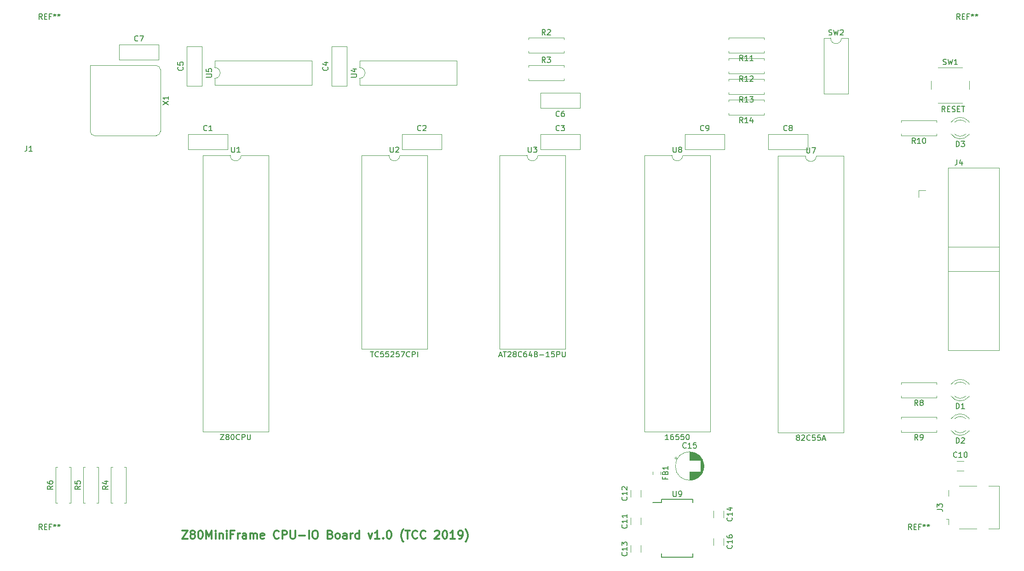
<source format=gbr>
G04 #@! TF.GenerationSoftware,KiCad,Pcbnew,(5.1.2)-1*
G04 #@! TF.CreationDate,2019-08-07T20:20:44+02:00*
G04 #@! TF.ProjectId,Z80Mini,5a38304d-696e-4692-9e6b-696361645f70,rev?*
G04 #@! TF.SameCoordinates,Original*
G04 #@! TF.FileFunction,Legend,Top*
G04 #@! TF.FilePolarity,Positive*
%FSLAX46Y46*%
G04 Gerber Fmt 4.6, Leading zero omitted, Abs format (unit mm)*
G04 Created by KiCad (PCBNEW (5.1.2)-1) date 2019-08-07 20:20:44*
%MOMM*%
%LPD*%
G04 APERTURE LIST*
%ADD10C,0.300000*%
%ADD11C,0.120000*%
%ADD12C,0.150000*%
G04 APERTURE END LIST*
D10*
X108262857Y-141418571D02*
X109262857Y-141418571D01*
X108262857Y-142918571D01*
X109262857Y-142918571D01*
X110048571Y-142061428D02*
X109905714Y-141990000D01*
X109834285Y-141918571D01*
X109762857Y-141775714D01*
X109762857Y-141704285D01*
X109834285Y-141561428D01*
X109905714Y-141490000D01*
X110048571Y-141418571D01*
X110334285Y-141418571D01*
X110477142Y-141490000D01*
X110548571Y-141561428D01*
X110620000Y-141704285D01*
X110620000Y-141775714D01*
X110548571Y-141918571D01*
X110477142Y-141990000D01*
X110334285Y-142061428D01*
X110048571Y-142061428D01*
X109905714Y-142132857D01*
X109834285Y-142204285D01*
X109762857Y-142347142D01*
X109762857Y-142632857D01*
X109834285Y-142775714D01*
X109905714Y-142847142D01*
X110048571Y-142918571D01*
X110334285Y-142918571D01*
X110477142Y-142847142D01*
X110548571Y-142775714D01*
X110620000Y-142632857D01*
X110620000Y-142347142D01*
X110548571Y-142204285D01*
X110477142Y-142132857D01*
X110334285Y-142061428D01*
X111548571Y-141418571D02*
X111691428Y-141418571D01*
X111834285Y-141490000D01*
X111905714Y-141561428D01*
X111977142Y-141704285D01*
X112048571Y-141990000D01*
X112048571Y-142347142D01*
X111977142Y-142632857D01*
X111905714Y-142775714D01*
X111834285Y-142847142D01*
X111691428Y-142918571D01*
X111548571Y-142918571D01*
X111405714Y-142847142D01*
X111334285Y-142775714D01*
X111262857Y-142632857D01*
X111191428Y-142347142D01*
X111191428Y-141990000D01*
X111262857Y-141704285D01*
X111334285Y-141561428D01*
X111405714Y-141490000D01*
X111548571Y-141418571D01*
X112691428Y-142918571D02*
X112691428Y-141418571D01*
X113191428Y-142490000D01*
X113691428Y-141418571D01*
X113691428Y-142918571D01*
X114405714Y-142918571D02*
X114405714Y-141918571D01*
X114405714Y-141418571D02*
X114334285Y-141490000D01*
X114405714Y-141561428D01*
X114477142Y-141490000D01*
X114405714Y-141418571D01*
X114405714Y-141561428D01*
X115120000Y-141918571D02*
X115120000Y-142918571D01*
X115120000Y-142061428D02*
X115191428Y-141990000D01*
X115334285Y-141918571D01*
X115548571Y-141918571D01*
X115691428Y-141990000D01*
X115762857Y-142132857D01*
X115762857Y-142918571D01*
X116477142Y-142918571D02*
X116477142Y-141918571D01*
X116477142Y-141418571D02*
X116405714Y-141490000D01*
X116477142Y-141561428D01*
X116548571Y-141490000D01*
X116477142Y-141418571D01*
X116477142Y-141561428D01*
X117691428Y-142132857D02*
X117191428Y-142132857D01*
X117191428Y-142918571D02*
X117191428Y-141418571D01*
X117905714Y-141418571D01*
X118477142Y-142918571D02*
X118477142Y-141918571D01*
X118477142Y-142204285D02*
X118548571Y-142061428D01*
X118620000Y-141990000D01*
X118762857Y-141918571D01*
X118905714Y-141918571D01*
X120048571Y-142918571D02*
X120048571Y-142132857D01*
X119977142Y-141990000D01*
X119834285Y-141918571D01*
X119548571Y-141918571D01*
X119405714Y-141990000D01*
X120048571Y-142847142D02*
X119905714Y-142918571D01*
X119548571Y-142918571D01*
X119405714Y-142847142D01*
X119334285Y-142704285D01*
X119334285Y-142561428D01*
X119405714Y-142418571D01*
X119548571Y-142347142D01*
X119905714Y-142347142D01*
X120048571Y-142275714D01*
X120762857Y-142918571D02*
X120762857Y-141918571D01*
X120762857Y-142061428D02*
X120834285Y-141990000D01*
X120977142Y-141918571D01*
X121191428Y-141918571D01*
X121334285Y-141990000D01*
X121405714Y-142132857D01*
X121405714Y-142918571D01*
X121405714Y-142132857D02*
X121477142Y-141990000D01*
X121620000Y-141918571D01*
X121834285Y-141918571D01*
X121977142Y-141990000D01*
X122048571Y-142132857D01*
X122048571Y-142918571D01*
X123334285Y-142847142D02*
X123191428Y-142918571D01*
X122905714Y-142918571D01*
X122762857Y-142847142D01*
X122691428Y-142704285D01*
X122691428Y-142132857D01*
X122762857Y-141990000D01*
X122905714Y-141918571D01*
X123191428Y-141918571D01*
X123334285Y-141990000D01*
X123405714Y-142132857D01*
X123405714Y-142275714D01*
X122691428Y-142418571D01*
X126048571Y-142775714D02*
X125977142Y-142847142D01*
X125762857Y-142918571D01*
X125620000Y-142918571D01*
X125405714Y-142847142D01*
X125262857Y-142704285D01*
X125191428Y-142561428D01*
X125120000Y-142275714D01*
X125120000Y-142061428D01*
X125191428Y-141775714D01*
X125262857Y-141632857D01*
X125405714Y-141490000D01*
X125620000Y-141418571D01*
X125762857Y-141418571D01*
X125977142Y-141490000D01*
X126048571Y-141561428D01*
X126691428Y-142918571D02*
X126691428Y-141418571D01*
X127262857Y-141418571D01*
X127405714Y-141490000D01*
X127477142Y-141561428D01*
X127548571Y-141704285D01*
X127548571Y-141918571D01*
X127477142Y-142061428D01*
X127405714Y-142132857D01*
X127262857Y-142204285D01*
X126691428Y-142204285D01*
X128191428Y-141418571D02*
X128191428Y-142632857D01*
X128262857Y-142775714D01*
X128334285Y-142847142D01*
X128477142Y-142918571D01*
X128762857Y-142918571D01*
X128905714Y-142847142D01*
X128977142Y-142775714D01*
X129048571Y-142632857D01*
X129048571Y-141418571D01*
X129762857Y-142347142D02*
X130905714Y-142347142D01*
X131620000Y-142918571D02*
X131620000Y-141418571D01*
X132620000Y-141418571D02*
X132905714Y-141418571D01*
X133048571Y-141490000D01*
X133191428Y-141632857D01*
X133262857Y-141918571D01*
X133262857Y-142418571D01*
X133191428Y-142704285D01*
X133048571Y-142847142D01*
X132905714Y-142918571D01*
X132620000Y-142918571D01*
X132477142Y-142847142D01*
X132334285Y-142704285D01*
X132262857Y-142418571D01*
X132262857Y-141918571D01*
X132334285Y-141632857D01*
X132477142Y-141490000D01*
X132620000Y-141418571D01*
X135548571Y-142132857D02*
X135762857Y-142204285D01*
X135834285Y-142275714D01*
X135905714Y-142418571D01*
X135905714Y-142632857D01*
X135834285Y-142775714D01*
X135762857Y-142847142D01*
X135620000Y-142918571D01*
X135048571Y-142918571D01*
X135048571Y-141418571D01*
X135548571Y-141418571D01*
X135691428Y-141490000D01*
X135762857Y-141561428D01*
X135834285Y-141704285D01*
X135834285Y-141847142D01*
X135762857Y-141990000D01*
X135691428Y-142061428D01*
X135548571Y-142132857D01*
X135048571Y-142132857D01*
X136762857Y-142918571D02*
X136620000Y-142847142D01*
X136548571Y-142775714D01*
X136477142Y-142632857D01*
X136477142Y-142204285D01*
X136548571Y-142061428D01*
X136620000Y-141990000D01*
X136762857Y-141918571D01*
X136977142Y-141918571D01*
X137120000Y-141990000D01*
X137191428Y-142061428D01*
X137262857Y-142204285D01*
X137262857Y-142632857D01*
X137191428Y-142775714D01*
X137120000Y-142847142D01*
X136977142Y-142918571D01*
X136762857Y-142918571D01*
X138548571Y-142918571D02*
X138548571Y-142132857D01*
X138477142Y-141990000D01*
X138334285Y-141918571D01*
X138048571Y-141918571D01*
X137905714Y-141990000D01*
X138548571Y-142847142D02*
X138405714Y-142918571D01*
X138048571Y-142918571D01*
X137905714Y-142847142D01*
X137834285Y-142704285D01*
X137834285Y-142561428D01*
X137905714Y-142418571D01*
X138048571Y-142347142D01*
X138405714Y-142347142D01*
X138548571Y-142275714D01*
X139262857Y-142918571D02*
X139262857Y-141918571D01*
X139262857Y-142204285D02*
X139334285Y-142061428D01*
X139405714Y-141990000D01*
X139548571Y-141918571D01*
X139691428Y-141918571D01*
X140834285Y-142918571D02*
X140834285Y-141418571D01*
X140834285Y-142847142D02*
X140691428Y-142918571D01*
X140405714Y-142918571D01*
X140262857Y-142847142D01*
X140191428Y-142775714D01*
X140120000Y-142632857D01*
X140120000Y-142204285D01*
X140191428Y-142061428D01*
X140262857Y-141990000D01*
X140405714Y-141918571D01*
X140691428Y-141918571D01*
X140834285Y-141990000D01*
X142548571Y-141918571D02*
X142905714Y-142918571D01*
X143262857Y-141918571D01*
X144620000Y-142918571D02*
X143762857Y-142918571D01*
X144191428Y-142918571D02*
X144191428Y-141418571D01*
X144048571Y-141632857D01*
X143905714Y-141775714D01*
X143762857Y-141847142D01*
X145262857Y-142775714D02*
X145334285Y-142847142D01*
X145262857Y-142918571D01*
X145191428Y-142847142D01*
X145262857Y-142775714D01*
X145262857Y-142918571D01*
X146262857Y-141418571D02*
X146405714Y-141418571D01*
X146548571Y-141490000D01*
X146620000Y-141561428D01*
X146691428Y-141704285D01*
X146762857Y-141990000D01*
X146762857Y-142347142D01*
X146691428Y-142632857D01*
X146620000Y-142775714D01*
X146548571Y-142847142D01*
X146405714Y-142918571D01*
X146262857Y-142918571D01*
X146120000Y-142847142D01*
X146048571Y-142775714D01*
X145977142Y-142632857D01*
X145905714Y-142347142D01*
X145905714Y-141990000D01*
X145977142Y-141704285D01*
X146048571Y-141561428D01*
X146120000Y-141490000D01*
X146262857Y-141418571D01*
X148977142Y-143490000D02*
X148905714Y-143418571D01*
X148762857Y-143204285D01*
X148691428Y-143061428D01*
X148620000Y-142847142D01*
X148548571Y-142490000D01*
X148548571Y-142204285D01*
X148620000Y-141847142D01*
X148691428Y-141632857D01*
X148762857Y-141490000D01*
X148905714Y-141275714D01*
X148977142Y-141204285D01*
X149334285Y-141418571D02*
X150191428Y-141418571D01*
X149762857Y-142918571D02*
X149762857Y-141418571D01*
X151548571Y-142775714D02*
X151477142Y-142847142D01*
X151262857Y-142918571D01*
X151120000Y-142918571D01*
X150905714Y-142847142D01*
X150762857Y-142704285D01*
X150691428Y-142561428D01*
X150620000Y-142275714D01*
X150620000Y-142061428D01*
X150691428Y-141775714D01*
X150762857Y-141632857D01*
X150905714Y-141490000D01*
X151120000Y-141418571D01*
X151262857Y-141418571D01*
X151477142Y-141490000D01*
X151548571Y-141561428D01*
X153048571Y-142775714D02*
X152977142Y-142847142D01*
X152762857Y-142918571D01*
X152620000Y-142918571D01*
X152405714Y-142847142D01*
X152262857Y-142704285D01*
X152191428Y-142561428D01*
X152120000Y-142275714D01*
X152120000Y-142061428D01*
X152191428Y-141775714D01*
X152262857Y-141632857D01*
X152405714Y-141490000D01*
X152620000Y-141418571D01*
X152762857Y-141418571D01*
X152977142Y-141490000D01*
X153048571Y-141561428D01*
X154762857Y-141561428D02*
X154834285Y-141490000D01*
X154977142Y-141418571D01*
X155334285Y-141418571D01*
X155477142Y-141490000D01*
X155548571Y-141561428D01*
X155620000Y-141704285D01*
X155620000Y-141847142D01*
X155548571Y-142061428D01*
X154691428Y-142918571D01*
X155620000Y-142918571D01*
X156548571Y-141418571D02*
X156691428Y-141418571D01*
X156834285Y-141490000D01*
X156905714Y-141561428D01*
X156977142Y-141704285D01*
X157048571Y-141990000D01*
X157048571Y-142347142D01*
X156977142Y-142632857D01*
X156905714Y-142775714D01*
X156834285Y-142847142D01*
X156691428Y-142918571D01*
X156548571Y-142918571D01*
X156405714Y-142847142D01*
X156334285Y-142775714D01*
X156262857Y-142632857D01*
X156191428Y-142347142D01*
X156191428Y-141990000D01*
X156262857Y-141704285D01*
X156334285Y-141561428D01*
X156405714Y-141490000D01*
X156548571Y-141418571D01*
X158477142Y-142918571D02*
X157620000Y-142918571D01*
X158048571Y-142918571D02*
X158048571Y-141418571D01*
X157905714Y-141632857D01*
X157762857Y-141775714D01*
X157620000Y-141847142D01*
X159191428Y-142918571D02*
X159477142Y-142918571D01*
X159620000Y-142847142D01*
X159691428Y-142775714D01*
X159834285Y-142561428D01*
X159905714Y-142275714D01*
X159905714Y-141704285D01*
X159834285Y-141561428D01*
X159762857Y-141490000D01*
X159620000Y-141418571D01*
X159334285Y-141418571D01*
X159191428Y-141490000D01*
X159120000Y-141561428D01*
X159048571Y-141704285D01*
X159048571Y-142061428D01*
X159120000Y-142204285D01*
X159191428Y-142275714D01*
X159334285Y-142347142D01*
X159620000Y-142347142D01*
X159762857Y-142275714D01*
X159834285Y-142204285D01*
X159905714Y-142061428D01*
X160405714Y-143490000D02*
X160477142Y-143418571D01*
X160619999Y-143204285D01*
X160691428Y-143061428D01*
X160762857Y-142847142D01*
X160834285Y-142490000D01*
X160834285Y-142204285D01*
X160762857Y-141847142D01*
X160691428Y-141632857D01*
X160619999Y-141490000D01*
X160477142Y-141275714D01*
X160405714Y-141204285D01*
D11*
X249240000Y-89190000D02*
X258590000Y-89190000D01*
X249240000Y-108220000D02*
X249240000Y-74660000D01*
X249240000Y-108220000D02*
X258590000Y-108220000D01*
X249240000Y-93690000D02*
X258590000Y-93690000D01*
X249240000Y-74660000D02*
X258590000Y-74660000D01*
X258590000Y-74660000D02*
X258590000Y-108220000D01*
X245110000Y-78740000D02*
X243840000Y-78740000D01*
X243840000Y-78740000D02*
X243840000Y-80010000D01*
X205450000Y-72330000D02*
X200390000Y-72330000D01*
X205450000Y-123250000D02*
X205450000Y-72330000D01*
X193330000Y-123250000D02*
X205450000Y-123250000D01*
X193330000Y-72330000D02*
X193330000Y-123250000D01*
X198390000Y-72330000D02*
X193330000Y-72330000D01*
X200390000Y-72330000D02*
G75*
G02X198390000Y-72330000I-1000000J0D01*
G01*
X230030000Y-72450000D02*
X224970000Y-72450000D01*
X230030000Y-123370000D02*
X230030000Y-72450000D01*
X217910000Y-123370000D02*
X230030000Y-123370000D01*
X217910000Y-72450000D02*
X217910000Y-123370000D01*
X222970000Y-72450000D02*
X217910000Y-72450000D01*
X224970000Y-72450000D02*
G75*
G02X222970000Y-72450000I-1000000J0D01*
G01*
X230850000Y-50740000D02*
X229600000Y-50740000D01*
X230850000Y-61020000D02*
X230850000Y-50740000D01*
X226350000Y-61020000D02*
X230850000Y-61020000D01*
X226350000Y-50740000D02*
X226350000Y-61020000D01*
X227600000Y-50740000D02*
X226350000Y-50740000D01*
X229600000Y-50740000D02*
G75*
G02X227600000Y-50740000I-1000000J0D01*
G01*
X208820000Y-62130000D02*
X208820000Y-62460000D01*
X215360000Y-62130000D02*
X208820000Y-62130000D01*
X215360000Y-62460000D02*
X215360000Y-62130000D01*
X208820000Y-64870000D02*
X208820000Y-64540000D01*
X215360000Y-64870000D02*
X208820000Y-64870000D01*
X215360000Y-64540000D02*
X215360000Y-64870000D01*
X208820000Y-58320000D02*
X208820000Y-58650000D01*
X215360000Y-58320000D02*
X208820000Y-58320000D01*
X215360000Y-58650000D02*
X215360000Y-58320000D01*
X208820000Y-61060000D02*
X208820000Y-60730000D01*
X215360000Y-61060000D02*
X208820000Y-61060000D01*
X215360000Y-60730000D02*
X215360000Y-61060000D01*
X208820000Y-54510000D02*
X208820000Y-54840000D01*
X215360000Y-54510000D02*
X208820000Y-54510000D01*
X215360000Y-54840000D02*
X215360000Y-54510000D01*
X208820000Y-57250000D02*
X208820000Y-56920000D01*
X215360000Y-57250000D02*
X208820000Y-57250000D01*
X215360000Y-56920000D02*
X215360000Y-57250000D01*
X208820000Y-50700000D02*
X208820000Y-51030000D01*
X215360000Y-50700000D02*
X208820000Y-50700000D01*
X215360000Y-51030000D02*
X215360000Y-50700000D01*
X208820000Y-53440000D02*
X208820000Y-53110000D01*
X215360000Y-53440000D02*
X208820000Y-53440000D01*
X215360000Y-53110000D02*
X215360000Y-53440000D01*
X240570000Y-65940000D02*
X240570000Y-66270000D01*
X247110000Y-65940000D02*
X240570000Y-65940000D01*
X247110000Y-66270000D02*
X247110000Y-65940000D01*
X240570000Y-68680000D02*
X240570000Y-68350000D01*
X247110000Y-68680000D02*
X240570000Y-68680000D01*
X247110000Y-68350000D02*
X247110000Y-68680000D01*
X253020000Y-66230000D02*
X253020000Y-66074000D01*
X253020000Y-68546000D02*
X253020000Y-68390000D01*
X250418870Y-66230163D02*
G75*
G02X252500961Y-66230000I1041130J-1079837D01*
G01*
X250418870Y-68389837D02*
G75*
G03X252500961Y-68390000I1041130J1079837D01*
G01*
X249787665Y-66231392D02*
G75*
G02X253020000Y-66074484I1672335J-1078608D01*
G01*
X249787665Y-68388608D02*
G75*
G03X253020000Y-68545516I1672335J1078608D01*
G01*
X240570000Y-120550000D02*
X240570000Y-120880000D01*
X247110000Y-120550000D02*
X240570000Y-120550000D01*
X247110000Y-120880000D02*
X247110000Y-120550000D01*
X240570000Y-123290000D02*
X240570000Y-122960000D01*
X247110000Y-123290000D02*
X240570000Y-123290000D01*
X247110000Y-122960000D02*
X247110000Y-123290000D01*
X240570000Y-114200000D02*
X240570000Y-114530000D01*
X247110000Y-114200000D02*
X240570000Y-114200000D01*
X247110000Y-114530000D02*
X247110000Y-114200000D01*
X240570000Y-116940000D02*
X240570000Y-116610000D01*
X247110000Y-116940000D02*
X240570000Y-116940000D01*
X247110000Y-116610000D02*
X247110000Y-116940000D01*
X253020000Y-120840000D02*
X253020000Y-120684000D01*
X253020000Y-123156000D02*
X253020000Y-123000000D01*
X250418870Y-120840163D02*
G75*
G02X252500961Y-120840000I1041130J-1079837D01*
G01*
X250418870Y-122999837D02*
G75*
G03X252500961Y-123000000I1041130J1079837D01*
G01*
X249787665Y-120841392D02*
G75*
G02X253020000Y-120684484I1672335J-1078608D01*
G01*
X249787665Y-122998608D02*
G75*
G03X253020000Y-123155516I1672335J1078608D01*
G01*
X253020000Y-114490000D02*
X253020000Y-114334000D01*
X253020000Y-116806000D02*
X253020000Y-116650000D01*
X250418870Y-114490163D02*
G75*
G02X252500961Y-114490000I1041130J-1079837D01*
G01*
X250418870Y-116649837D02*
G75*
G03X252500961Y-116650000I1041130J1079837D01*
G01*
X249787665Y-114491392D02*
G75*
G02X253020000Y-114334484I1672335J-1078608D01*
G01*
X249787665Y-116648608D02*
G75*
G03X253020000Y-116805516I1672335J1078608D01*
G01*
X194870000Y-130551422D02*
X194870000Y-131068578D01*
X196290000Y-130551422D02*
X196290000Y-131068578D01*
X199105225Y-127815000D02*
X199105225Y-128315000D01*
X198855225Y-128065000D02*
X199355225Y-128065000D01*
X204261000Y-129256000D02*
X204261000Y-129824000D01*
X204221000Y-129022000D02*
X204221000Y-130058000D01*
X204181000Y-128863000D02*
X204181000Y-130217000D01*
X204141000Y-128735000D02*
X204141000Y-130345000D01*
X204101000Y-128625000D02*
X204101000Y-130455000D01*
X204061000Y-128529000D02*
X204061000Y-130551000D01*
X204021000Y-128442000D02*
X204021000Y-130638000D01*
X203981000Y-128362000D02*
X203981000Y-130718000D01*
X203941000Y-128289000D02*
X203941000Y-130791000D01*
X203901000Y-128221000D02*
X203901000Y-130859000D01*
X203861000Y-128157000D02*
X203861000Y-130923000D01*
X203821000Y-128097000D02*
X203821000Y-130983000D01*
X203781000Y-128040000D02*
X203781000Y-131040000D01*
X203741000Y-127986000D02*
X203741000Y-131094000D01*
X203701000Y-127935000D02*
X203701000Y-131145000D01*
X203661000Y-130580000D02*
X203661000Y-131193000D01*
X203661000Y-127887000D02*
X203661000Y-128500000D01*
X203621000Y-130580000D02*
X203621000Y-131239000D01*
X203621000Y-127841000D02*
X203621000Y-128500000D01*
X203581000Y-130580000D02*
X203581000Y-131283000D01*
X203581000Y-127797000D02*
X203581000Y-128500000D01*
X203541000Y-130580000D02*
X203541000Y-131325000D01*
X203541000Y-127755000D02*
X203541000Y-128500000D01*
X203501000Y-130580000D02*
X203501000Y-131366000D01*
X203501000Y-127714000D02*
X203501000Y-128500000D01*
X203461000Y-130580000D02*
X203461000Y-131404000D01*
X203461000Y-127676000D02*
X203461000Y-128500000D01*
X203421000Y-130580000D02*
X203421000Y-131441000D01*
X203421000Y-127639000D02*
X203421000Y-128500000D01*
X203381000Y-130580000D02*
X203381000Y-131477000D01*
X203381000Y-127603000D02*
X203381000Y-128500000D01*
X203341000Y-130580000D02*
X203341000Y-131511000D01*
X203341000Y-127569000D02*
X203341000Y-128500000D01*
X203301000Y-130580000D02*
X203301000Y-131544000D01*
X203301000Y-127536000D02*
X203301000Y-128500000D01*
X203261000Y-130580000D02*
X203261000Y-131575000D01*
X203261000Y-127505000D02*
X203261000Y-128500000D01*
X203221000Y-130580000D02*
X203221000Y-131605000D01*
X203221000Y-127475000D02*
X203221000Y-128500000D01*
X203181000Y-130580000D02*
X203181000Y-131635000D01*
X203181000Y-127445000D02*
X203181000Y-128500000D01*
X203141000Y-130580000D02*
X203141000Y-131662000D01*
X203141000Y-127418000D02*
X203141000Y-128500000D01*
X203101000Y-130580000D02*
X203101000Y-131689000D01*
X203101000Y-127391000D02*
X203101000Y-128500000D01*
X203061000Y-130580000D02*
X203061000Y-131715000D01*
X203061000Y-127365000D02*
X203061000Y-128500000D01*
X203021000Y-130580000D02*
X203021000Y-131740000D01*
X203021000Y-127340000D02*
X203021000Y-128500000D01*
X202981000Y-130580000D02*
X202981000Y-131764000D01*
X202981000Y-127316000D02*
X202981000Y-128500000D01*
X202941000Y-130580000D02*
X202941000Y-131787000D01*
X202941000Y-127293000D02*
X202941000Y-128500000D01*
X202901000Y-130580000D02*
X202901000Y-131808000D01*
X202901000Y-127272000D02*
X202901000Y-128500000D01*
X202861000Y-130580000D02*
X202861000Y-131830000D01*
X202861000Y-127250000D02*
X202861000Y-128500000D01*
X202821000Y-130580000D02*
X202821000Y-131850000D01*
X202821000Y-127230000D02*
X202821000Y-128500000D01*
X202781000Y-130580000D02*
X202781000Y-131869000D01*
X202781000Y-127211000D02*
X202781000Y-128500000D01*
X202741000Y-130580000D02*
X202741000Y-131888000D01*
X202741000Y-127192000D02*
X202741000Y-128500000D01*
X202701000Y-130580000D02*
X202701000Y-131905000D01*
X202701000Y-127175000D02*
X202701000Y-128500000D01*
X202661000Y-130580000D02*
X202661000Y-131922000D01*
X202661000Y-127158000D02*
X202661000Y-128500000D01*
X202621000Y-130580000D02*
X202621000Y-131938000D01*
X202621000Y-127142000D02*
X202621000Y-128500000D01*
X202581000Y-130580000D02*
X202581000Y-131954000D01*
X202581000Y-127126000D02*
X202581000Y-128500000D01*
X202541000Y-130580000D02*
X202541000Y-131968000D01*
X202541000Y-127112000D02*
X202541000Y-128500000D01*
X202501000Y-130580000D02*
X202501000Y-131982000D01*
X202501000Y-127098000D02*
X202501000Y-128500000D01*
X202461000Y-130580000D02*
X202461000Y-131995000D01*
X202461000Y-127085000D02*
X202461000Y-128500000D01*
X202421000Y-130580000D02*
X202421000Y-132008000D01*
X202421000Y-127072000D02*
X202421000Y-128500000D01*
X202381000Y-130580000D02*
X202381000Y-132020000D01*
X202381000Y-127060000D02*
X202381000Y-128500000D01*
X202340000Y-130580000D02*
X202340000Y-132031000D01*
X202340000Y-127049000D02*
X202340000Y-128500000D01*
X202300000Y-130580000D02*
X202300000Y-132041000D01*
X202300000Y-127039000D02*
X202300000Y-128500000D01*
X202260000Y-130580000D02*
X202260000Y-132051000D01*
X202260000Y-127029000D02*
X202260000Y-128500000D01*
X202220000Y-130580000D02*
X202220000Y-132060000D01*
X202220000Y-127020000D02*
X202220000Y-128500000D01*
X202180000Y-130580000D02*
X202180000Y-132068000D01*
X202180000Y-127012000D02*
X202180000Y-128500000D01*
X202140000Y-130580000D02*
X202140000Y-132076000D01*
X202140000Y-127004000D02*
X202140000Y-128500000D01*
X202100000Y-130580000D02*
X202100000Y-132083000D01*
X202100000Y-126997000D02*
X202100000Y-128500000D01*
X202060000Y-130580000D02*
X202060000Y-132090000D01*
X202060000Y-126990000D02*
X202060000Y-128500000D01*
X202020000Y-130580000D02*
X202020000Y-132096000D01*
X202020000Y-126984000D02*
X202020000Y-128500000D01*
X201980000Y-130580000D02*
X201980000Y-132101000D01*
X201980000Y-126979000D02*
X201980000Y-128500000D01*
X201940000Y-130580000D02*
X201940000Y-132105000D01*
X201940000Y-126975000D02*
X201940000Y-128500000D01*
X201900000Y-130580000D02*
X201900000Y-132109000D01*
X201900000Y-126971000D02*
X201900000Y-128500000D01*
X201860000Y-130580000D02*
X201860000Y-132113000D01*
X201860000Y-126967000D02*
X201860000Y-128500000D01*
X201820000Y-130580000D02*
X201820000Y-132116000D01*
X201820000Y-126964000D02*
X201820000Y-128500000D01*
X201780000Y-130580000D02*
X201780000Y-132118000D01*
X201780000Y-126962000D02*
X201780000Y-128500000D01*
X201740000Y-130580000D02*
X201740000Y-132119000D01*
X201740000Y-126961000D02*
X201740000Y-128500000D01*
X201700000Y-126960000D02*
X201700000Y-128500000D01*
X201700000Y-130580000D02*
X201700000Y-132120000D01*
X201660000Y-126960000D02*
X201660000Y-128500000D01*
X201660000Y-130580000D02*
X201660000Y-132120000D01*
X204280000Y-129540000D02*
G75*
G03X204280000Y-129540000I-2620000J0D01*
G01*
X206090000Y-137781000D02*
X206090000Y-139039000D01*
X207930000Y-137781000D02*
X207930000Y-139039000D01*
X206090000Y-142861000D02*
X206090000Y-144119000D01*
X207930000Y-142861000D02*
X207930000Y-144119000D01*
X192690000Y-145429000D02*
X192690000Y-144171000D01*
X190850000Y-145429000D02*
X190850000Y-144171000D01*
X258640000Y-141070000D02*
X256690000Y-141070000D01*
X254470000Y-141070000D02*
X251240000Y-141070000D01*
X249320000Y-140350000D02*
X249320000Y-139270000D01*
X249320000Y-135050000D02*
X249320000Y-133970000D01*
X254470000Y-133250000D02*
X251240000Y-133250000D01*
X258640000Y-133250000D02*
X256690000Y-133250000D01*
X249320000Y-139270000D02*
X248890000Y-139270000D01*
X258640000Y-133250000D02*
X258640000Y-141070000D01*
X250851000Y-130460000D02*
X252109000Y-130460000D01*
X250851000Y-128620000D02*
X252109000Y-128620000D01*
X192690000Y-135229000D02*
X192690000Y-133971000D01*
X190850000Y-135229000D02*
X190850000Y-133971000D01*
X192690000Y-140349000D02*
X192690000Y-139091000D01*
X190850000Y-140349000D02*
X190850000Y-139091000D01*
X253130000Y-60150000D02*
X253130000Y-58650000D01*
X251880000Y-56150000D02*
X247380000Y-56150000D01*
X246130000Y-58650000D02*
X246130000Y-60150000D01*
X247380000Y-62650000D02*
X251880000Y-62650000D01*
X104240000Y-56530000D02*
G75*
G03X103490000Y-55780000I-750000J0D01*
G01*
X103490000Y-68680000D02*
G75*
G03X104240000Y-67930000I0J750000D01*
G01*
X91340000Y-67930000D02*
G75*
G03X92090000Y-68680000I750000J0D01*
G01*
X91340000Y-55780000D02*
X91340000Y-67930000D01*
X92090000Y-68680000D02*
X103490000Y-68680000D01*
X104240000Y-67930000D02*
X104240000Y-56530000D01*
X103490000Y-55780000D02*
X91340000Y-55780000D01*
D12*
X196515000Y-136220000D02*
X194915000Y-136220000D01*
X196515000Y-146295000D02*
X202265000Y-146295000D01*
X196515000Y-135645000D02*
X202265000Y-135645000D01*
X196515000Y-146295000D02*
X196515000Y-145645000D01*
X202265000Y-146295000D02*
X202265000Y-145645000D01*
X202265000Y-135645000D02*
X202265000Y-136295000D01*
X196515000Y-135645000D02*
X196515000Y-136220000D01*
D11*
X114240000Y-54900000D02*
X114240000Y-56150000D01*
X132140000Y-54900000D02*
X114240000Y-54900000D01*
X132140000Y-59400000D02*
X132140000Y-54900000D01*
X114240000Y-59400000D02*
X132140000Y-59400000D01*
X114240000Y-58150000D02*
X114240000Y-59400000D01*
X114240000Y-56150000D02*
G75*
G02X114240000Y-58150000I0J-1000000D01*
G01*
X140910000Y-54900000D02*
X140910000Y-56150000D01*
X158810000Y-54900000D02*
X140910000Y-54900000D01*
X158810000Y-59400000D02*
X158810000Y-54900000D01*
X140910000Y-59400000D02*
X158810000Y-59400000D01*
X140910000Y-58150000D02*
X140910000Y-59400000D01*
X140910000Y-56150000D02*
G75*
G02X140910000Y-58150000I0J-1000000D01*
G01*
X178780000Y-72330000D02*
X173720000Y-72330000D01*
X178780000Y-108010000D02*
X178780000Y-72330000D01*
X166660000Y-108010000D02*
X178780000Y-108010000D01*
X166660000Y-72330000D02*
X166660000Y-108010000D01*
X171720000Y-72330000D02*
X166660000Y-72330000D01*
X173720000Y-72330000D02*
G75*
G02X171720000Y-72330000I-1000000J0D01*
G01*
X153380000Y-72330000D02*
X148320000Y-72330000D01*
X153380000Y-108010000D02*
X153380000Y-72330000D01*
X141260000Y-108010000D02*
X153380000Y-108010000D01*
X141260000Y-72330000D02*
X141260000Y-108010000D01*
X146320000Y-72330000D02*
X141260000Y-72330000D01*
X148320000Y-72330000D02*
G75*
G02X146320000Y-72330000I-1000000J0D01*
G01*
X124170000Y-72330000D02*
X119110000Y-72330000D01*
X124170000Y-123250000D02*
X124170000Y-72330000D01*
X112050000Y-123250000D02*
X124170000Y-123250000D01*
X112050000Y-72330000D02*
X112050000Y-123250000D01*
X117110000Y-72330000D02*
X112050000Y-72330000D01*
X119110000Y-72330000D02*
G75*
G02X117110000Y-72330000I-1000000J0D01*
G01*
X87730000Y-129780000D02*
X87400000Y-129780000D01*
X87730000Y-136320000D02*
X87730000Y-129780000D01*
X87400000Y-136320000D02*
X87730000Y-136320000D01*
X84990000Y-129780000D02*
X85320000Y-129780000D01*
X84990000Y-136320000D02*
X84990000Y-129780000D01*
X85320000Y-136320000D02*
X84990000Y-136320000D01*
X92810000Y-129780000D02*
X92480000Y-129780000D01*
X92810000Y-136320000D02*
X92810000Y-129780000D01*
X92480000Y-136320000D02*
X92810000Y-136320000D01*
X90070000Y-129780000D02*
X90400000Y-129780000D01*
X90070000Y-136320000D02*
X90070000Y-129780000D01*
X90400000Y-136320000D02*
X90070000Y-136320000D01*
X97890000Y-129780000D02*
X97560000Y-129780000D01*
X97890000Y-136320000D02*
X97890000Y-129780000D01*
X97560000Y-136320000D02*
X97890000Y-136320000D01*
X95150000Y-129780000D02*
X95480000Y-129780000D01*
X95150000Y-136320000D02*
X95150000Y-129780000D01*
X95480000Y-136320000D02*
X95150000Y-136320000D01*
X178530000Y-58520000D02*
X178530000Y-58190000D01*
X171990000Y-58520000D02*
X178530000Y-58520000D01*
X171990000Y-58190000D02*
X171990000Y-58520000D01*
X178530000Y-55780000D02*
X178530000Y-56110000D01*
X171990000Y-55780000D02*
X178530000Y-55780000D01*
X171990000Y-56110000D02*
X171990000Y-55780000D01*
X178530000Y-53440000D02*
X178530000Y-53110000D01*
X171990000Y-53440000D02*
X178530000Y-53440000D01*
X171990000Y-53110000D02*
X171990000Y-53440000D01*
X178530000Y-50700000D02*
X178530000Y-51030000D01*
X171990000Y-50700000D02*
X178530000Y-50700000D01*
X171990000Y-51030000D02*
X171990000Y-50700000D01*
X208050000Y-68480000D02*
X208050000Y-71220000D01*
X200810000Y-68480000D02*
X200810000Y-71220000D01*
X200810000Y-71220000D02*
X208050000Y-71220000D01*
X200810000Y-68480000D02*
X208050000Y-68480000D01*
X223370000Y-68480000D02*
X223370000Y-71220000D01*
X216130000Y-68480000D02*
X216130000Y-71220000D01*
X216130000Y-71220000D02*
X223370000Y-71220000D01*
X216130000Y-68480000D02*
X223370000Y-68480000D01*
X103910000Y-51970000D02*
X103910000Y-54710000D01*
X96670000Y-51970000D02*
X96670000Y-54710000D01*
X96670000Y-54710000D02*
X103910000Y-54710000D01*
X96670000Y-51970000D02*
X103910000Y-51970000D01*
X174220000Y-63600000D02*
X174220000Y-60860000D01*
X181460000Y-63600000D02*
X181460000Y-60860000D01*
X181460000Y-60860000D02*
X174220000Y-60860000D01*
X181460000Y-63600000D02*
X174220000Y-63600000D01*
X109120000Y-52300000D02*
X111860000Y-52300000D01*
X109120000Y-59540000D02*
X111860000Y-59540000D01*
X111860000Y-59540000D02*
X111860000Y-52300000D01*
X109120000Y-59540000D02*
X109120000Y-52300000D01*
X135790000Y-52300000D02*
X138530000Y-52300000D01*
X135790000Y-59540000D02*
X138530000Y-59540000D01*
X138530000Y-59540000D02*
X138530000Y-52300000D01*
X135790000Y-59540000D02*
X135790000Y-52300000D01*
X181460000Y-68480000D02*
X181460000Y-71220000D01*
X174220000Y-68480000D02*
X174220000Y-71220000D01*
X174220000Y-71220000D02*
X181460000Y-71220000D01*
X174220000Y-68480000D02*
X181460000Y-68480000D01*
X155980000Y-68480000D02*
X155980000Y-71220000D01*
X148740000Y-68480000D02*
X148740000Y-71220000D01*
X148740000Y-71220000D02*
X155980000Y-71220000D01*
X148740000Y-68480000D02*
X155980000Y-68480000D01*
X116610000Y-68480000D02*
X116610000Y-71220000D01*
X109370000Y-68480000D02*
X109370000Y-71220000D01*
X109370000Y-71220000D02*
X116610000Y-71220000D01*
X109370000Y-68480000D02*
X116610000Y-68480000D01*
D12*
X242506666Y-141232380D02*
X242173333Y-140756190D01*
X241935238Y-141232380D02*
X241935238Y-140232380D01*
X242316190Y-140232380D01*
X242411428Y-140280000D01*
X242459047Y-140327619D01*
X242506666Y-140422857D01*
X242506666Y-140565714D01*
X242459047Y-140660952D01*
X242411428Y-140708571D01*
X242316190Y-140756190D01*
X241935238Y-140756190D01*
X242935238Y-140708571D02*
X243268571Y-140708571D01*
X243411428Y-141232380D02*
X242935238Y-141232380D01*
X242935238Y-140232380D01*
X243411428Y-140232380D01*
X244173333Y-140708571D02*
X243840000Y-140708571D01*
X243840000Y-141232380D02*
X243840000Y-140232380D01*
X244316190Y-140232380D01*
X244840000Y-140232380D02*
X244840000Y-140470476D01*
X244601904Y-140375238D02*
X244840000Y-140470476D01*
X245078095Y-140375238D01*
X244697142Y-140660952D02*
X244840000Y-140470476D01*
X244982857Y-140660952D01*
X245601904Y-140232380D02*
X245601904Y-140470476D01*
X245363809Y-140375238D02*
X245601904Y-140470476D01*
X245840000Y-140375238D01*
X245459047Y-140660952D02*
X245601904Y-140470476D01*
X245744761Y-140660952D01*
X251396666Y-47252380D02*
X251063333Y-46776190D01*
X250825238Y-47252380D02*
X250825238Y-46252380D01*
X251206190Y-46252380D01*
X251301428Y-46300000D01*
X251349047Y-46347619D01*
X251396666Y-46442857D01*
X251396666Y-46585714D01*
X251349047Y-46680952D01*
X251301428Y-46728571D01*
X251206190Y-46776190D01*
X250825238Y-46776190D01*
X251825238Y-46728571D02*
X252158571Y-46728571D01*
X252301428Y-47252380D02*
X251825238Y-47252380D01*
X251825238Y-46252380D01*
X252301428Y-46252380D01*
X253063333Y-46728571D02*
X252730000Y-46728571D01*
X252730000Y-47252380D02*
X252730000Y-46252380D01*
X253206190Y-46252380D01*
X253730000Y-46252380D02*
X253730000Y-46490476D01*
X253491904Y-46395238D02*
X253730000Y-46490476D01*
X253968095Y-46395238D01*
X253587142Y-46680952D02*
X253730000Y-46490476D01*
X253872857Y-46680952D01*
X254491904Y-46252380D02*
X254491904Y-46490476D01*
X254253809Y-46395238D02*
X254491904Y-46490476D01*
X254730000Y-46395238D01*
X254349047Y-46680952D02*
X254491904Y-46490476D01*
X254634761Y-46680952D01*
X82486666Y-141232380D02*
X82153333Y-140756190D01*
X81915238Y-141232380D02*
X81915238Y-140232380D01*
X82296190Y-140232380D01*
X82391428Y-140280000D01*
X82439047Y-140327619D01*
X82486666Y-140422857D01*
X82486666Y-140565714D01*
X82439047Y-140660952D01*
X82391428Y-140708571D01*
X82296190Y-140756190D01*
X81915238Y-140756190D01*
X82915238Y-140708571D02*
X83248571Y-140708571D01*
X83391428Y-141232380D02*
X82915238Y-141232380D01*
X82915238Y-140232380D01*
X83391428Y-140232380D01*
X84153333Y-140708571D02*
X83820000Y-140708571D01*
X83820000Y-141232380D02*
X83820000Y-140232380D01*
X84296190Y-140232380D01*
X84820000Y-140232380D02*
X84820000Y-140470476D01*
X84581904Y-140375238D02*
X84820000Y-140470476D01*
X85058095Y-140375238D01*
X84677142Y-140660952D02*
X84820000Y-140470476D01*
X84962857Y-140660952D01*
X85581904Y-140232380D02*
X85581904Y-140470476D01*
X85343809Y-140375238D02*
X85581904Y-140470476D01*
X85820000Y-140375238D01*
X85439047Y-140660952D02*
X85581904Y-140470476D01*
X85724761Y-140660952D01*
X82486666Y-47252380D02*
X82153333Y-46776190D01*
X81915238Y-47252380D02*
X81915238Y-46252380D01*
X82296190Y-46252380D01*
X82391428Y-46300000D01*
X82439047Y-46347619D01*
X82486666Y-46442857D01*
X82486666Y-46585714D01*
X82439047Y-46680952D01*
X82391428Y-46728571D01*
X82296190Y-46776190D01*
X81915238Y-46776190D01*
X82915238Y-46728571D02*
X83248571Y-46728571D01*
X83391428Y-47252380D02*
X82915238Y-47252380D01*
X82915238Y-46252380D01*
X83391428Y-46252380D01*
X84153333Y-46728571D02*
X83820000Y-46728571D01*
X83820000Y-47252380D02*
X83820000Y-46252380D01*
X84296190Y-46252380D01*
X84820000Y-46252380D02*
X84820000Y-46490476D01*
X84581904Y-46395238D02*
X84820000Y-46490476D01*
X85058095Y-46395238D01*
X84677142Y-46680952D02*
X84820000Y-46490476D01*
X84962857Y-46680952D01*
X85581904Y-46252380D02*
X85581904Y-46490476D01*
X85343809Y-46395238D02*
X85581904Y-46490476D01*
X85820000Y-46395238D01*
X85439047Y-46680952D02*
X85581904Y-46490476D01*
X85724761Y-46680952D01*
X250881666Y-73112380D02*
X250881666Y-73826666D01*
X250834047Y-73969523D01*
X250738809Y-74064761D01*
X250595952Y-74112380D01*
X250500714Y-74112380D01*
X251786428Y-73445714D02*
X251786428Y-74112380D01*
X251548333Y-73064761D02*
X251310238Y-73779047D01*
X251929285Y-73779047D01*
X198628095Y-70782380D02*
X198628095Y-71591904D01*
X198675714Y-71687142D01*
X198723333Y-71734761D01*
X198818571Y-71782380D01*
X199009047Y-71782380D01*
X199104285Y-71734761D01*
X199151904Y-71687142D01*
X199199523Y-71591904D01*
X199199523Y-70782380D01*
X199818571Y-71210952D02*
X199723333Y-71163333D01*
X199675714Y-71115714D01*
X199628095Y-71020476D01*
X199628095Y-70972857D01*
X199675714Y-70877619D01*
X199723333Y-70830000D01*
X199818571Y-70782380D01*
X200009047Y-70782380D01*
X200104285Y-70830000D01*
X200151904Y-70877619D01*
X200199523Y-70972857D01*
X200199523Y-71020476D01*
X200151904Y-71115714D01*
X200104285Y-71163333D01*
X200009047Y-71210952D01*
X199818571Y-71210952D01*
X199723333Y-71258571D01*
X199675714Y-71306190D01*
X199628095Y-71401428D01*
X199628095Y-71591904D01*
X199675714Y-71687142D01*
X199723333Y-71734761D01*
X199818571Y-71782380D01*
X200009047Y-71782380D01*
X200104285Y-71734761D01*
X200151904Y-71687142D01*
X200199523Y-71591904D01*
X200199523Y-71401428D01*
X200151904Y-71306190D01*
X200104285Y-71258571D01*
X200009047Y-71210952D01*
X197770952Y-124702380D02*
X197199523Y-124702380D01*
X197485238Y-124702380D02*
X197485238Y-123702380D01*
X197390000Y-123845238D01*
X197294761Y-123940476D01*
X197199523Y-123988095D01*
X198628095Y-123702380D02*
X198437619Y-123702380D01*
X198342380Y-123750000D01*
X198294761Y-123797619D01*
X198199523Y-123940476D01*
X198151904Y-124130952D01*
X198151904Y-124511904D01*
X198199523Y-124607142D01*
X198247142Y-124654761D01*
X198342380Y-124702380D01*
X198532857Y-124702380D01*
X198628095Y-124654761D01*
X198675714Y-124607142D01*
X198723333Y-124511904D01*
X198723333Y-124273809D01*
X198675714Y-124178571D01*
X198628095Y-124130952D01*
X198532857Y-124083333D01*
X198342380Y-124083333D01*
X198247142Y-124130952D01*
X198199523Y-124178571D01*
X198151904Y-124273809D01*
X199628095Y-123702380D02*
X199151904Y-123702380D01*
X199104285Y-124178571D01*
X199151904Y-124130952D01*
X199247142Y-124083333D01*
X199485238Y-124083333D01*
X199580476Y-124130952D01*
X199628095Y-124178571D01*
X199675714Y-124273809D01*
X199675714Y-124511904D01*
X199628095Y-124607142D01*
X199580476Y-124654761D01*
X199485238Y-124702380D01*
X199247142Y-124702380D01*
X199151904Y-124654761D01*
X199104285Y-124607142D01*
X200580476Y-123702380D02*
X200104285Y-123702380D01*
X200056666Y-124178571D01*
X200104285Y-124130952D01*
X200199523Y-124083333D01*
X200437619Y-124083333D01*
X200532857Y-124130952D01*
X200580476Y-124178571D01*
X200628095Y-124273809D01*
X200628095Y-124511904D01*
X200580476Y-124607142D01*
X200532857Y-124654761D01*
X200437619Y-124702380D01*
X200199523Y-124702380D01*
X200104285Y-124654761D01*
X200056666Y-124607142D01*
X201247142Y-123702380D02*
X201342380Y-123702380D01*
X201437619Y-123750000D01*
X201485238Y-123797619D01*
X201532857Y-123892857D01*
X201580476Y-124083333D01*
X201580476Y-124321428D01*
X201532857Y-124511904D01*
X201485238Y-124607142D01*
X201437619Y-124654761D01*
X201342380Y-124702380D01*
X201247142Y-124702380D01*
X201151904Y-124654761D01*
X201104285Y-124607142D01*
X201056666Y-124511904D01*
X201009047Y-124321428D01*
X201009047Y-124083333D01*
X201056666Y-123892857D01*
X201104285Y-123797619D01*
X201151904Y-123750000D01*
X201247142Y-123702380D01*
X223208095Y-70902380D02*
X223208095Y-71711904D01*
X223255714Y-71807142D01*
X223303333Y-71854761D01*
X223398571Y-71902380D01*
X223589047Y-71902380D01*
X223684285Y-71854761D01*
X223731904Y-71807142D01*
X223779523Y-71711904D01*
X223779523Y-70902380D01*
X224160476Y-70902380D02*
X224827142Y-70902380D01*
X224398571Y-71902380D01*
X221517619Y-124250952D02*
X221422380Y-124203333D01*
X221374761Y-124155714D01*
X221327142Y-124060476D01*
X221327142Y-124012857D01*
X221374761Y-123917619D01*
X221422380Y-123870000D01*
X221517619Y-123822380D01*
X221708095Y-123822380D01*
X221803333Y-123870000D01*
X221850952Y-123917619D01*
X221898571Y-124012857D01*
X221898571Y-124060476D01*
X221850952Y-124155714D01*
X221803333Y-124203333D01*
X221708095Y-124250952D01*
X221517619Y-124250952D01*
X221422380Y-124298571D01*
X221374761Y-124346190D01*
X221327142Y-124441428D01*
X221327142Y-124631904D01*
X221374761Y-124727142D01*
X221422380Y-124774761D01*
X221517619Y-124822380D01*
X221708095Y-124822380D01*
X221803333Y-124774761D01*
X221850952Y-124727142D01*
X221898571Y-124631904D01*
X221898571Y-124441428D01*
X221850952Y-124346190D01*
X221803333Y-124298571D01*
X221708095Y-124250952D01*
X222279523Y-123917619D02*
X222327142Y-123870000D01*
X222422380Y-123822380D01*
X222660476Y-123822380D01*
X222755714Y-123870000D01*
X222803333Y-123917619D01*
X222850952Y-124012857D01*
X222850952Y-124108095D01*
X222803333Y-124250952D01*
X222231904Y-124822380D01*
X222850952Y-124822380D01*
X223850952Y-124727142D02*
X223803333Y-124774761D01*
X223660476Y-124822380D01*
X223565238Y-124822380D01*
X223422380Y-124774761D01*
X223327142Y-124679523D01*
X223279523Y-124584285D01*
X223231904Y-124393809D01*
X223231904Y-124250952D01*
X223279523Y-124060476D01*
X223327142Y-123965238D01*
X223422380Y-123870000D01*
X223565238Y-123822380D01*
X223660476Y-123822380D01*
X223803333Y-123870000D01*
X223850952Y-123917619D01*
X224755714Y-123822380D02*
X224279523Y-123822380D01*
X224231904Y-124298571D01*
X224279523Y-124250952D01*
X224374761Y-124203333D01*
X224612857Y-124203333D01*
X224708095Y-124250952D01*
X224755714Y-124298571D01*
X224803333Y-124393809D01*
X224803333Y-124631904D01*
X224755714Y-124727142D01*
X224708095Y-124774761D01*
X224612857Y-124822380D01*
X224374761Y-124822380D01*
X224279523Y-124774761D01*
X224231904Y-124727142D01*
X225708095Y-123822380D02*
X225231904Y-123822380D01*
X225184285Y-124298571D01*
X225231904Y-124250952D01*
X225327142Y-124203333D01*
X225565238Y-124203333D01*
X225660476Y-124250952D01*
X225708095Y-124298571D01*
X225755714Y-124393809D01*
X225755714Y-124631904D01*
X225708095Y-124727142D01*
X225660476Y-124774761D01*
X225565238Y-124822380D01*
X225327142Y-124822380D01*
X225231904Y-124774761D01*
X225184285Y-124727142D01*
X226136666Y-124536666D02*
X226612857Y-124536666D01*
X226041428Y-124822380D02*
X226374761Y-123822380D01*
X226708095Y-124822380D01*
X227266666Y-50144761D02*
X227409523Y-50192380D01*
X227647619Y-50192380D01*
X227742857Y-50144761D01*
X227790476Y-50097142D01*
X227838095Y-50001904D01*
X227838095Y-49906666D01*
X227790476Y-49811428D01*
X227742857Y-49763809D01*
X227647619Y-49716190D01*
X227457142Y-49668571D01*
X227361904Y-49620952D01*
X227314285Y-49573333D01*
X227266666Y-49478095D01*
X227266666Y-49382857D01*
X227314285Y-49287619D01*
X227361904Y-49240000D01*
X227457142Y-49192380D01*
X227695238Y-49192380D01*
X227838095Y-49240000D01*
X228171428Y-49192380D02*
X228409523Y-50192380D01*
X228600000Y-49478095D01*
X228790476Y-50192380D01*
X229028571Y-49192380D01*
X229361904Y-49287619D02*
X229409523Y-49240000D01*
X229504761Y-49192380D01*
X229742857Y-49192380D01*
X229838095Y-49240000D01*
X229885714Y-49287619D01*
X229933333Y-49382857D01*
X229933333Y-49478095D01*
X229885714Y-49620952D01*
X229314285Y-50192380D01*
X229933333Y-50192380D01*
X211447142Y-66322380D02*
X211113809Y-65846190D01*
X210875714Y-66322380D02*
X210875714Y-65322380D01*
X211256666Y-65322380D01*
X211351904Y-65370000D01*
X211399523Y-65417619D01*
X211447142Y-65512857D01*
X211447142Y-65655714D01*
X211399523Y-65750952D01*
X211351904Y-65798571D01*
X211256666Y-65846190D01*
X210875714Y-65846190D01*
X212399523Y-66322380D02*
X211828095Y-66322380D01*
X212113809Y-66322380D02*
X212113809Y-65322380D01*
X212018571Y-65465238D01*
X211923333Y-65560476D01*
X211828095Y-65608095D01*
X213256666Y-65655714D02*
X213256666Y-66322380D01*
X213018571Y-65274761D02*
X212780476Y-65989047D01*
X213399523Y-65989047D01*
X211447142Y-62512380D02*
X211113809Y-62036190D01*
X210875714Y-62512380D02*
X210875714Y-61512380D01*
X211256666Y-61512380D01*
X211351904Y-61560000D01*
X211399523Y-61607619D01*
X211447142Y-61702857D01*
X211447142Y-61845714D01*
X211399523Y-61940952D01*
X211351904Y-61988571D01*
X211256666Y-62036190D01*
X210875714Y-62036190D01*
X212399523Y-62512380D02*
X211828095Y-62512380D01*
X212113809Y-62512380D02*
X212113809Y-61512380D01*
X212018571Y-61655238D01*
X211923333Y-61750476D01*
X211828095Y-61798095D01*
X212732857Y-61512380D02*
X213351904Y-61512380D01*
X213018571Y-61893333D01*
X213161428Y-61893333D01*
X213256666Y-61940952D01*
X213304285Y-61988571D01*
X213351904Y-62083809D01*
X213351904Y-62321904D01*
X213304285Y-62417142D01*
X213256666Y-62464761D01*
X213161428Y-62512380D01*
X212875714Y-62512380D01*
X212780476Y-62464761D01*
X212732857Y-62417142D01*
X211447142Y-58702380D02*
X211113809Y-58226190D01*
X210875714Y-58702380D02*
X210875714Y-57702380D01*
X211256666Y-57702380D01*
X211351904Y-57750000D01*
X211399523Y-57797619D01*
X211447142Y-57892857D01*
X211447142Y-58035714D01*
X211399523Y-58130952D01*
X211351904Y-58178571D01*
X211256666Y-58226190D01*
X210875714Y-58226190D01*
X212399523Y-58702380D02*
X211828095Y-58702380D01*
X212113809Y-58702380D02*
X212113809Y-57702380D01*
X212018571Y-57845238D01*
X211923333Y-57940476D01*
X211828095Y-57988095D01*
X212780476Y-57797619D02*
X212828095Y-57750000D01*
X212923333Y-57702380D01*
X213161428Y-57702380D01*
X213256666Y-57750000D01*
X213304285Y-57797619D01*
X213351904Y-57892857D01*
X213351904Y-57988095D01*
X213304285Y-58130952D01*
X212732857Y-58702380D01*
X213351904Y-58702380D01*
X211447142Y-54892380D02*
X211113809Y-54416190D01*
X210875714Y-54892380D02*
X210875714Y-53892380D01*
X211256666Y-53892380D01*
X211351904Y-53940000D01*
X211399523Y-53987619D01*
X211447142Y-54082857D01*
X211447142Y-54225714D01*
X211399523Y-54320952D01*
X211351904Y-54368571D01*
X211256666Y-54416190D01*
X210875714Y-54416190D01*
X212399523Y-54892380D02*
X211828095Y-54892380D01*
X212113809Y-54892380D02*
X212113809Y-53892380D01*
X212018571Y-54035238D01*
X211923333Y-54130476D01*
X211828095Y-54178095D01*
X213351904Y-54892380D02*
X212780476Y-54892380D01*
X213066190Y-54892380D02*
X213066190Y-53892380D01*
X212970952Y-54035238D01*
X212875714Y-54130476D01*
X212780476Y-54178095D01*
X243197142Y-70132380D02*
X242863809Y-69656190D01*
X242625714Y-70132380D02*
X242625714Y-69132380D01*
X243006666Y-69132380D01*
X243101904Y-69180000D01*
X243149523Y-69227619D01*
X243197142Y-69322857D01*
X243197142Y-69465714D01*
X243149523Y-69560952D01*
X243101904Y-69608571D01*
X243006666Y-69656190D01*
X242625714Y-69656190D01*
X244149523Y-70132380D02*
X243578095Y-70132380D01*
X243863809Y-70132380D02*
X243863809Y-69132380D01*
X243768571Y-69275238D01*
X243673333Y-69370476D01*
X243578095Y-69418095D01*
X244768571Y-69132380D02*
X244863809Y-69132380D01*
X244959047Y-69180000D01*
X245006666Y-69227619D01*
X245054285Y-69322857D01*
X245101904Y-69513333D01*
X245101904Y-69751428D01*
X245054285Y-69941904D01*
X245006666Y-70037142D01*
X244959047Y-70084761D01*
X244863809Y-70132380D01*
X244768571Y-70132380D01*
X244673333Y-70084761D01*
X244625714Y-70037142D01*
X244578095Y-69941904D01*
X244530476Y-69751428D01*
X244530476Y-69513333D01*
X244578095Y-69322857D01*
X244625714Y-69227619D01*
X244673333Y-69180000D01*
X244768571Y-69132380D01*
X250721904Y-70722380D02*
X250721904Y-69722380D01*
X250960000Y-69722380D01*
X251102857Y-69770000D01*
X251198095Y-69865238D01*
X251245714Y-69960476D01*
X251293333Y-70150952D01*
X251293333Y-70293809D01*
X251245714Y-70484285D01*
X251198095Y-70579523D01*
X251102857Y-70674761D01*
X250960000Y-70722380D01*
X250721904Y-70722380D01*
X251626666Y-69722380D02*
X252245714Y-69722380D01*
X251912380Y-70103333D01*
X252055238Y-70103333D01*
X252150476Y-70150952D01*
X252198095Y-70198571D01*
X252245714Y-70293809D01*
X252245714Y-70531904D01*
X252198095Y-70627142D01*
X252150476Y-70674761D01*
X252055238Y-70722380D01*
X251769523Y-70722380D01*
X251674285Y-70674761D01*
X251626666Y-70627142D01*
X243673333Y-124742380D02*
X243340000Y-124266190D01*
X243101904Y-124742380D02*
X243101904Y-123742380D01*
X243482857Y-123742380D01*
X243578095Y-123790000D01*
X243625714Y-123837619D01*
X243673333Y-123932857D01*
X243673333Y-124075714D01*
X243625714Y-124170952D01*
X243578095Y-124218571D01*
X243482857Y-124266190D01*
X243101904Y-124266190D01*
X244149523Y-124742380D02*
X244340000Y-124742380D01*
X244435238Y-124694761D01*
X244482857Y-124647142D01*
X244578095Y-124504285D01*
X244625714Y-124313809D01*
X244625714Y-123932857D01*
X244578095Y-123837619D01*
X244530476Y-123790000D01*
X244435238Y-123742380D01*
X244244761Y-123742380D01*
X244149523Y-123790000D01*
X244101904Y-123837619D01*
X244054285Y-123932857D01*
X244054285Y-124170952D01*
X244101904Y-124266190D01*
X244149523Y-124313809D01*
X244244761Y-124361428D01*
X244435238Y-124361428D01*
X244530476Y-124313809D01*
X244578095Y-124266190D01*
X244625714Y-124170952D01*
X243673333Y-118392380D02*
X243340000Y-117916190D01*
X243101904Y-118392380D02*
X243101904Y-117392380D01*
X243482857Y-117392380D01*
X243578095Y-117440000D01*
X243625714Y-117487619D01*
X243673333Y-117582857D01*
X243673333Y-117725714D01*
X243625714Y-117820952D01*
X243578095Y-117868571D01*
X243482857Y-117916190D01*
X243101904Y-117916190D01*
X244244761Y-117820952D02*
X244149523Y-117773333D01*
X244101904Y-117725714D01*
X244054285Y-117630476D01*
X244054285Y-117582857D01*
X244101904Y-117487619D01*
X244149523Y-117440000D01*
X244244761Y-117392380D01*
X244435238Y-117392380D01*
X244530476Y-117440000D01*
X244578095Y-117487619D01*
X244625714Y-117582857D01*
X244625714Y-117630476D01*
X244578095Y-117725714D01*
X244530476Y-117773333D01*
X244435238Y-117820952D01*
X244244761Y-117820952D01*
X244149523Y-117868571D01*
X244101904Y-117916190D01*
X244054285Y-118011428D01*
X244054285Y-118201904D01*
X244101904Y-118297142D01*
X244149523Y-118344761D01*
X244244761Y-118392380D01*
X244435238Y-118392380D01*
X244530476Y-118344761D01*
X244578095Y-118297142D01*
X244625714Y-118201904D01*
X244625714Y-118011428D01*
X244578095Y-117916190D01*
X244530476Y-117868571D01*
X244435238Y-117820952D01*
X250721904Y-125332380D02*
X250721904Y-124332380D01*
X250960000Y-124332380D01*
X251102857Y-124380000D01*
X251198095Y-124475238D01*
X251245714Y-124570476D01*
X251293333Y-124760952D01*
X251293333Y-124903809D01*
X251245714Y-125094285D01*
X251198095Y-125189523D01*
X251102857Y-125284761D01*
X250960000Y-125332380D01*
X250721904Y-125332380D01*
X251674285Y-124427619D02*
X251721904Y-124380000D01*
X251817142Y-124332380D01*
X252055238Y-124332380D01*
X252150476Y-124380000D01*
X252198095Y-124427619D01*
X252245714Y-124522857D01*
X252245714Y-124618095D01*
X252198095Y-124760952D01*
X251626666Y-125332380D01*
X252245714Y-125332380D01*
X250721904Y-118982380D02*
X250721904Y-117982380D01*
X250960000Y-117982380D01*
X251102857Y-118030000D01*
X251198095Y-118125238D01*
X251245714Y-118220476D01*
X251293333Y-118410952D01*
X251293333Y-118553809D01*
X251245714Y-118744285D01*
X251198095Y-118839523D01*
X251102857Y-118934761D01*
X250960000Y-118982380D01*
X250721904Y-118982380D01*
X252245714Y-118982380D02*
X251674285Y-118982380D01*
X251960000Y-118982380D02*
X251960000Y-117982380D01*
X251864761Y-118125238D01*
X251769523Y-118220476D01*
X251674285Y-118268095D01*
X197158571Y-131643333D02*
X197158571Y-131976666D01*
X197682380Y-131976666D02*
X196682380Y-131976666D01*
X196682380Y-131500476D01*
X197158571Y-130786190D02*
X197206190Y-130643333D01*
X197253809Y-130595714D01*
X197349047Y-130548095D01*
X197491904Y-130548095D01*
X197587142Y-130595714D01*
X197634761Y-130643333D01*
X197682380Y-130738571D01*
X197682380Y-131119523D01*
X196682380Y-131119523D01*
X196682380Y-130786190D01*
X196730000Y-130690952D01*
X196777619Y-130643333D01*
X196872857Y-130595714D01*
X196968095Y-130595714D01*
X197063333Y-130643333D01*
X197110952Y-130690952D01*
X197158571Y-130786190D01*
X197158571Y-131119523D01*
X197682380Y-129595714D02*
X197682380Y-130167142D01*
X197682380Y-129881428D02*
X196682380Y-129881428D01*
X196825238Y-129976666D01*
X196920476Y-130071904D01*
X196968095Y-130167142D01*
X201017142Y-126147142D02*
X200969523Y-126194761D01*
X200826666Y-126242380D01*
X200731428Y-126242380D01*
X200588571Y-126194761D01*
X200493333Y-126099523D01*
X200445714Y-126004285D01*
X200398095Y-125813809D01*
X200398095Y-125670952D01*
X200445714Y-125480476D01*
X200493333Y-125385238D01*
X200588571Y-125290000D01*
X200731428Y-125242380D01*
X200826666Y-125242380D01*
X200969523Y-125290000D01*
X201017142Y-125337619D01*
X201969523Y-126242380D02*
X201398095Y-126242380D01*
X201683809Y-126242380D02*
X201683809Y-125242380D01*
X201588571Y-125385238D01*
X201493333Y-125480476D01*
X201398095Y-125528095D01*
X202874285Y-125242380D02*
X202398095Y-125242380D01*
X202350476Y-125718571D01*
X202398095Y-125670952D01*
X202493333Y-125623333D01*
X202731428Y-125623333D01*
X202826666Y-125670952D01*
X202874285Y-125718571D01*
X202921904Y-125813809D01*
X202921904Y-126051904D01*
X202874285Y-126147142D01*
X202826666Y-126194761D01*
X202731428Y-126242380D01*
X202493333Y-126242380D01*
X202398095Y-126194761D01*
X202350476Y-126147142D01*
X209417142Y-139052857D02*
X209464761Y-139100476D01*
X209512380Y-139243333D01*
X209512380Y-139338571D01*
X209464761Y-139481428D01*
X209369523Y-139576666D01*
X209274285Y-139624285D01*
X209083809Y-139671904D01*
X208940952Y-139671904D01*
X208750476Y-139624285D01*
X208655238Y-139576666D01*
X208560000Y-139481428D01*
X208512380Y-139338571D01*
X208512380Y-139243333D01*
X208560000Y-139100476D01*
X208607619Y-139052857D01*
X209512380Y-138100476D02*
X209512380Y-138671904D01*
X209512380Y-138386190D02*
X208512380Y-138386190D01*
X208655238Y-138481428D01*
X208750476Y-138576666D01*
X208798095Y-138671904D01*
X208845714Y-137243333D02*
X209512380Y-137243333D01*
X208464761Y-137481428D02*
X209179047Y-137719523D01*
X209179047Y-137100476D01*
X209417142Y-144132857D02*
X209464761Y-144180476D01*
X209512380Y-144323333D01*
X209512380Y-144418571D01*
X209464761Y-144561428D01*
X209369523Y-144656666D01*
X209274285Y-144704285D01*
X209083809Y-144751904D01*
X208940952Y-144751904D01*
X208750476Y-144704285D01*
X208655238Y-144656666D01*
X208560000Y-144561428D01*
X208512380Y-144418571D01*
X208512380Y-144323333D01*
X208560000Y-144180476D01*
X208607619Y-144132857D01*
X209512380Y-143180476D02*
X209512380Y-143751904D01*
X209512380Y-143466190D02*
X208512380Y-143466190D01*
X208655238Y-143561428D01*
X208750476Y-143656666D01*
X208798095Y-143751904D01*
X208512380Y-142323333D02*
X208512380Y-142513809D01*
X208560000Y-142609047D01*
X208607619Y-142656666D01*
X208750476Y-142751904D01*
X208940952Y-142799523D01*
X209321904Y-142799523D01*
X209417142Y-142751904D01*
X209464761Y-142704285D01*
X209512380Y-142609047D01*
X209512380Y-142418571D01*
X209464761Y-142323333D01*
X209417142Y-142275714D01*
X209321904Y-142228095D01*
X209083809Y-142228095D01*
X208988571Y-142275714D01*
X208940952Y-142323333D01*
X208893333Y-142418571D01*
X208893333Y-142609047D01*
X208940952Y-142704285D01*
X208988571Y-142751904D01*
X209083809Y-142799523D01*
X190077142Y-145442857D02*
X190124761Y-145490476D01*
X190172380Y-145633333D01*
X190172380Y-145728571D01*
X190124761Y-145871428D01*
X190029523Y-145966666D01*
X189934285Y-146014285D01*
X189743809Y-146061904D01*
X189600952Y-146061904D01*
X189410476Y-146014285D01*
X189315238Y-145966666D01*
X189220000Y-145871428D01*
X189172380Y-145728571D01*
X189172380Y-145633333D01*
X189220000Y-145490476D01*
X189267619Y-145442857D01*
X190172380Y-144490476D02*
X190172380Y-145061904D01*
X190172380Y-144776190D02*
X189172380Y-144776190D01*
X189315238Y-144871428D01*
X189410476Y-144966666D01*
X189458095Y-145061904D01*
X189172380Y-144157142D02*
X189172380Y-143538095D01*
X189553333Y-143871428D01*
X189553333Y-143728571D01*
X189600952Y-143633333D01*
X189648571Y-143585714D01*
X189743809Y-143538095D01*
X189981904Y-143538095D01*
X190077142Y-143585714D01*
X190124761Y-143633333D01*
X190172380Y-143728571D01*
X190172380Y-144014285D01*
X190124761Y-144109523D01*
X190077142Y-144157142D01*
X247182380Y-137493333D02*
X247896666Y-137493333D01*
X248039523Y-137540952D01*
X248134761Y-137636190D01*
X248182380Y-137779047D01*
X248182380Y-137874285D01*
X247182380Y-137112380D02*
X247182380Y-136493333D01*
X247563333Y-136826666D01*
X247563333Y-136683809D01*
X247610952Y-136588571D01*
X247658571Y-136540952D01*
X247753809Y-136493333D01*
X247991904Y-136493333D01*
X248087142Y-136540952D01*
X248134761Y-136588571D01*
X248182380Y-136683809D01*
X248182380Y-136969523D01*
X248134761Y-137064761D01*
X248087142Y-137112380D01*
X250837142Y-127847142D02*
X250789523Y-127894761D01*
X250646666Y-127942380D01*
X250551428Y-127942380D01*
X250408571Y-127894761D01*
X250313333Y-127799523D01*
X250265714Y-127704285D01*
X250218095Y-127513809D01*
X250218095Y-127370952D01*
X250265714Y-127180476D01*
X250313333Y-127085238D01*
X250408571Y-126990000D01*
X250551428Y-126942380D01*
X250646666Y-126942380D01*
X250789523Y-126990000D01*
X250837142Y-127037619D01*
X251789523Y-127942380D02*
X251218095Y-127942380D01*
X251503809Y-127942380D02*
X251503809Y-126942380D01*
X251408571Y-127085238D01*
X251313333Y-127180476D01*
X251218095Y-127228095D01*
X252408571Y-126942380D02*
X252503809Y-126942380D01*
X252599047Y-126990000D01*
X252646666Y-127037619D01*
X252694285Y-127132857D01*
X252741904Y-127323333D01*
X252741904Y-127561428D01*
X252694285Y-127751904D01*
X252646666Y-127847142D01*
X252599047Y-127894761D01*
X252503809Y-127942380D01*
X252408571Y-127942380D01*
X252313333Y-127894761D01*
X252265714Y-127847142D01*
X252218095Y-127751904D01*
X252170476Y-127561428D01*
X252170476Y-127323333D01*
X252218095Y-127132857D01*
X252265714Y-127037619D01*
X252313333Y-126990000D01*
X252408571Y-126942380D01*
X190077142Y-135242857D02*
X190124761Y-135290476D01*
X190172380Y-135433333D01*
X190172380Y-135528571D01*
X190124761Y-135671428D01*
X190029523Y-135766666D01*
X189934285Y-135814285D01*
X189743809Y-135861904D01*
X189600952Y-135861904D01*
X189410476Y-135814285D01*
X189315238Y-135766666D01*
X189220000Y-135671428D01*
X189172380Y-135528571D01*
X189172380Y-135433333D01*
X189220000Y-135290476D01*
X189267619Y-135242857D01*
X190172380Y-134290476D02*
X190172380Y-134861904D01*
X190172380Y-134576190D02*
X189172380Y-134576190D01*
X189315238Y-134671428D01*
X189410476Y-134766666D01*
X189458095Y-134861904D01*
X189267619Y-133909523D02*
X189220000Y-133861904D01*
X189172380Y-133766666D01*
X189172380Y-133528571D01*
X189220000Y-133433333D01*
X189267619Y-133385714D01*
X189362857Y-133338095D01*
X189458095Y-133338095D01*
X189600952Y-133385714D01*
X190172380Y-133957142D01*
X190172380Y-133338095D01*
X190077142Y-140362857D02*
X190124761Y-140410476D01*
X190172380Y-140553333D01*
X190172380Y-140648571D01*
X190124761Y-140791428D01*
X190029523Y-140886666D01*
X189934285Y-140934285D01*
X189743809Y-140981904D01*
X189600952Y-140981904D01*
X189410476Y-140934285D01*
X189315238Y-140886666D01*
X189220000Y-140791428D01*
X189172380Y-140648571D01*
X189172380Y-140553333D01*
X189220000Y-140410476D01*
X189267619Y-140362857D01*
X190172380Y-139410476D02*
X190172380Y-139981904D01*
X190172380Y-139696190D02*
X189172380Y-139696190D01*
X189315238Y-139791428D01*
X189410476Y-139886666D01*
X189458095Y-139981904D01*
X190172380Y-138458095D02*
X190172380Y-139029523D01*
X190172380Y-138743809D02*
X189172380Y-138743809D01*
X189315238Y-138839047D01*
X189410476Y-138934285D01*
X189458095Y-139029523D01*
X248296666Y-55554761D02*
X248439523Y-55602380D01*
X248677619Y-55602380D01*
X248772857Y-55554761D01*
X248820476Y-55507142D01*
X248868095Y-55411904D01*
X248868095Y-55316666D01*
X248820476Y-55221428D01*
X248772857Y-55173809D01*
X248677619Y-55126190D01*
X248487142Y-55078571D01*
X248391904Y-55030952D01*
X248344285Y-54983333D01*
X248296666Y-54888095D01*
X248296666Y-54792857D01*
X248344285Y-54697619D01*
X248391904Y-54650000D01*
X248487142Y-54602380D01*
X248725238Y-54602380D01*
X248868095Y-54650000D01*
X249201428Y-54602380D02*
X249439523Y-55602380D01*
X249630000Y-54888095D01*
X249820476Y-55602380D01*
X250058571Y-54602380D01*
X250963333Y-55602380D02*
X250391904Y-55602380D01*
X250677619Y-55602380D02*
X250677619Y-54602380D01*
X250582380Y-54745238D01*
X250487142Y-54840476D01*
X250391904Y-54888095D01*
X248677619Y-64302380D02*
X248344285Y-63826190D01*
X248106190Y-64302380D02*
X248106190Y-63302380D01*
X248487142Y-63302380D01*
X248582380Y-63350000D01*
X248630000Y-63397619D01*
X248677619Y-63492857D01*
X248677619Y-63635714D01*
X248630000Y-63730952D01*
X248582380Y-63778571D01*
X248487142Y-63826190D01*
X248106190Y-63826190D01*
X249106190Y-63778571D02*
X249439523Y-63778571D01*
X249582380Y-64302380D02*
X249106190Y-64302380D01*
X249106190Y-63302380D01*
X249582380Y-63302380D01*
X249963333Y-64254761D02*
X250106190Y-64302380D01*
X250344285Y-64302380D01*
X250439523Y-64254761D01*
X250487142Y-64207142D01*
X250534761Y-64111904D01*
X250534761Y-64016666D01*
X250487142Y-63921428D01*
X250439523Y-63873809D01*
X250344285Y-63826190D01*
X250153809Y-63778571D01*
X250058571Y-63730952D01*
X250010952Y-63683333D01*
X249963333Y-63588095D01*
X249963333Y-63492857D01*
X250010952Y-63397619D01*
X250058571Y-63350000D01*
X250153809Y-63302380D01*
X250391904Y-63302380D01*
X250534761Y-63350000D01*
X250963333Y-63778571D02*
X251296666Y-63778571D01*
X251439523Y-64302380D02*
X250963333Y-64302380D01*
X250963333Y-63302380D01*
X251439523Y-63302380D01*
X251725238Y-63302380D02*
X252296666Y-63302380D01*
X252010952Y-64302380D02*
X252010952Y-63302380D01*
X104692380Y-63039523D02*
X105692380Y-62372857D01*
X104692380Y-62372857D02*
X105692380Y-63039523D01*
X105692380Y-61468095D02*
X105692380Y-62039523D01*
X105692380Y-61753809D02*
X104692380Y-61753809D01*
X104835238Y-61849047D01*
X104930476Y-61944285D01*
X104978095Y-62039523D01*
X198628095Y-134172380D02*
X198628095Y-134981904D01*
X198675714Y-135077142D01*
X198723333Y-135124761D01*
X198818571Y-135172380D01*
X199009047Y-135172380D01*
X199104285Y-135124761D01*
X199151904Y-135077142D01*
X199199523Y-134981904D01*
X199199523Y-134172380D01*
X199723333Y-135172380D02*
X199913809Y-135172380D01*
X200009047Y-135124761D01*
X200056666Y-135077142D01*
X200151904Y-134934285D01*
X200199523Y-134743809D01*
X200199523Y-134362857D01*
X200151904Y-134267619D01*
X200104285Y-134220000D01*
X200009047Y-134172380D01*
X199818571Y-134172380D01*
X199723333Y-134220000D01*
X199675714Y-134267619D01*
X199628095Y-134362857D01*
X199628095Y-134600952D01*
X199675714Y-134696190D01*
X199723333Y-134743809D01*
X199818571Y-134791428D01*
X200009047Y-134791428D01*
X200104285Y-134743809D01*
X200151904Y-134696190D01*
X200199523Y-134600952D01*
X112692380Y-57911904D02*
X113501904Y-57911904D01*
X113597142Y-57864285D01*
X113644761Y-57816666D01*
X113692380Y-57721428D01*
X113692380Y-57530952D01*
X113644761Y-57435714D01*
X113597142Y-57388095D01*
X113501904Y-57340476D01*
X112692380Y-57340476D01*
X112692380Y-56388095D02*
X112692380Y-56864285D01*
X113168571Y-56911904D01*
X113120952Y-56864285D01*
X113073333Y-56769047D01*
X113073333Y-56530952D01*
X113120952Y-56435714D01*
X113168571Y-56388095D01*
X113263809Y-56340476D01*
X113501904Y-56340476D01*
X113597142Y-56388095D01*
X113644761Y-56435714D01*
X113692380Y-56530952D01*
X113692380Y-56769047D01*
X113644761Y-56864285D01*
X113597142Y-56911904D01*
X139362380Y-57911904D02*
X140171904Y-57911904D01*
X140267142Y-57864285D01*
X140314761Y-57816666D01*
X140362380Y-57721428D01*
X140362380Y-57530952D01*
X140314761Y-57435714D01*
X140267142Y-57388095D01*
X140171904Y-57340476D01*
X139362380Y-57340476D01*
X139695714Y-56435714D02*
X140362380Y-56435714D01*
X139314761Y-56673809D02*
X140029047Y-56911904D01*
X140029047Y-56292857D01*
X171958095Y-70782380D02*
X171958095Y-71591904D01*
X172005714Y-71687142D01*
X172053333Y-71734761D01*
X172148571Y-71782380D01*
X172339047Y-71782380D01*
X172434285Y-71734761D01*
X172481904Y-71687142D01*
X172529523Y-71591904D01*
X172529523Y-70782380D01*
X172910476Y-70782380D02*
X173529523Y-70782380D01*
X173196190Y-71163333D01*
X173339047Y-71163333D01*
X173434285Y-71210952D01*
X173481904Y-71258571D01*
X173529523Y-71353809D01*
X173529523Y-71591904D01*
X173481904Y-71687142D01*
X173434285Y-71734761D01*
X173339047Y-71782380D01*
X173053333Y-71782380D01*
X172958095Y-71734761D01*
X172910476Y-71687142D01*
X166600952Y-109176666D02*
X167077142Y-109176666D01*
X166505714Y-109462380D02*
X166839047Y-108462380D01*
X167172380Y-109462380D01*
X167362857Y-108462380D02*
X167934285Y-108462380D01*
X167648571Y-109462380D02*
X167648571Y-108462380D01*
X168220000Y-108557619D02*
X168267619Y-108510000D01*
X168362857Y-108462380D01*
X168600952Y-108462380D01*
X168696190Y-108510000D01*
X168743809Y-108557619D01*
X168791428Y-108652857D01*
X168791428Y-108748095D01*
X168743809Y-108890952D01*
X168172380Y-109462380D01*
X168791428Y-109462380D01*
X169362857Y-108890952D02*
X169267619Y-108843333D01*
X169220000Y-108795714D01*
X169172380Y-108700476D01*
X169172380Y-108652857D01*
X169220000Y-108557619D01*
X169267619Y-108510000D01*
X169362857Y-108462380D01*
X169553333Y-108462380D01*
X169648571Y-108510000D01*
X169696190Y-108557619D01*
X169743809Y-108652857D01*
X169743809Y-108700476D01*
X169696190Y-108795714D01*
X169648571Y-108843333D01*
X169553333Y-108890952D01*
X169362857Y-108890952D01*
X169267619Y-108938571D01*
X169220000Y-108986190D01*
X169172380Y-109081428D01*
X169172380Y-109271904D01*
X169220000Y-109367142D01*
X169267619Y-109414761D01*
X169362857Y-109462380D01*
X169553333Y-109462380D01*
X169648571Y-109414761D01*
X169696190Y-109367142D01*
X169743809Y-109271904D01*
X169743809Y-109081428D01*
X169696190Y-108986190D01*
X169648571Y-108938571D01*
X169553333Y-108890952D01*
X170743809Y-109367142D02*
X170696190Y-109414761D01*
X170553333Y-109462380D01*
X170458095Y-109462380D01*
X170315238Y-109414761D01*
X170220000Y-109319523D01*
X170172380Y-109224285D01*
X170124761Y-109033809D01*
X170124761Y-108890952D01*
X170172380Y-108700476D01*
X170220000Y-108605238D01*
X170315238Y-108510000D01*
X170458095Y-108462380D01*
X170553333Y-108462380D01*
X170696190Y-108510000D01*
X170743809Y-108557619D01*
X171600952Y-108462380D02*
X171410476Y-108462380D01*
X171315238Y-108510000D01*
X171267619Y-108557619D01*
X171172380Y-108700476D01*
X171124761Y-108890952D01*
X171124761Y-109271904D01*
X171172380Y-109367142D01*
X171220000Y-109414761D01*
X171315238Y-109462380D01*
X171505714Y-109462380D01*
X171600952Y-109414761D01*
X171648571Y-109367142D01*
X171696190Y-109271904D01*
X171696190Y-109033809D01*
X171648571Y-108938571D01*
X171600952Y-108890952D01*
X171505714Y-108843333D01*
X171315238Y-108843333D01*
X171220000Y-108890952D01*
X171172380Y-108938571D01*
X171124761Y-109033809D01*
X172553333Y-108795714D02*
X172553333Y-109462380D01*
X172315238Y-108414761D02*
X172077142Y-109129047D01*
X172696190Y-109129047D01*
X173410476Y-108938571D02*
X173553333Y-108986190D01*
X173600952Y-109033809D01*
X173648571Y-109129047D01*
X173648571Y-109271904D01*
X173600952Y-109367142D01*
X173553333Y-109414761D01*
X173458095Y-109462380D01*
X173077142Y-109462380D01*
X173077142Y-108462380D01*
X173410476Y-108462380D01*
X173505714Y-108510000D01*
X173553333Y-108557619D01*
X173600952Y-108652857D01*
X173600952Y-108748095D01*
X173553333Y-108843333D01*
X173505714Y-108890952D01*
X173410476Y-108938571D01*
X173077142Y-108938571D01*
X174077142Y-109081428D02*
X174839047Y-109081428D01*
X175839047Y-109462380D02*
X175267619Y-109462380D01*
X175553333Y-109462380D02*
X175553333Y-108462380D01*
X175458095Y-108605238D01*
X175362857Y-108700476D01*
X175267619Y-108748095D01*
X176743809Y-108462380D02*
X176267619Y-108462380D01*
X176220000Y-108938571D01*
X176267619Y-108890952D01*
X176362857Y-108843333D01*
X176600952Y-108843333D01*
X176696190Y-108890952D01*
X176743809Y-108938571D01*
X176791428Y-109033809D01*
X176791428Y-109271904D01*
X176743809Y-109367142D01*
X176696190Y-109414761D01*
X176600952Y-109462380D01*
X176362857Y-109462380D01*
X176267619Y-109414761D01*
X176220000Y-109367142D01*
X177220000Y-109462380D02*
X177220000Y-108462380D01*
X177600952Y-108462380D01*
X177696190Y-108510000D01*
X177743809Y-108557619D01*
X177791428Y-108652857D01*
X177791428Y-108795714D01*
X177743809Y-108890952D01*
X177696190Y-108938571D01*
X177600952Y-108986190D01*
X177220000Y-108986190D01*
X178220000Y-108462380D02*
X178220000Y-109271904D01*
X178267619Y-109367142D01*
X178315238Y-109414761D01*
X178410476Y-109462380D01*
X178600952Y-109462380D01*
X178696190Y-109414761D01*
X178743809Y-109367142D01*
X178791428Y-109271904D01*
X178791428Y-108462380D01*
X146558095Y-70782380D02*
X146558095Y-71591904D01*
X146605714Y-71687142D01*
X146653333Y-71734761D01*
X146748571Y-71782380D01*
X146939047Y-71782380D01*
X147034285Y-71734761D01*
X147081904Y-71687142D01*
X147129523Y-71591904D01*
X147129523Y-70782380D01*
X147558095Y-70877619D02*
X147605714Y-70830000D01*
X147700952Y-70782380D01*
X147939047Y-70782380D01*
X148034285Y-70830000D01*
X148081904Y-70877619D01*
X148129523Y-70972857D01*
X148129523Y-71068095D01*
X148081904Y-71210952D01*
X147510476Y-71782380D01*
X148129523Y-71782380D01*
X142915238Y-108462380D02*
X143486666Y-108462380D01*
X143200952Y-109462380D02*
X143200952Y-108462380D01*
X144391428Y-109367142D02*
X144343809Y-109414761D01*
X144200952Y-109462380D01*
X144105714Y-109462380D01*
X143962857Y-109414761D01*
X143867619Y-109319523D01*
X143820000Y-109224285D01*
X143772380Y-109033809D01*
X143772380Y-108890952D01*
X143820000Y-108700476D01*
X143867619Y-108605238D01*
X143962857Y-108510000D01*
X144105714Y-108462380D01*
X144200952Y-108462380D01*
X144343809Y-108510000D01*
X144391428Y-108557619D01*
X145296190Y-108462380D02*
X144820000Y-108462380D01*
X144772380Y-108938571D01*
X144820000Y-108890952D01*
X144915238Y-108843333D01*
X145153333Y-108843333D01*
X145248571Y-108890952D01*
X145296190Y-108938571D01*
X145343809Y-109033809D01*
X145343809Y-109271904D01*
X145296190Y-109367142D01*
X145248571Y-109414761D01*
X145153333Y-109462380D01*
X144915238Y-109462380D01*
X144820000Y-109414761D01*
X144772380Y-109367142D01*
X146248571Y-108462380D02*
X145772380Y-108462380D01*
X145724761Y-108938571D01*
X145772380Y-108890952D01*
X145867619Y-108843333D01*
X146105714Y-108843333D01*
X146200952Y-108890952D01*
X146248571Y-108938571D01*
X146296190Y-109033809D01*
X146296190Y-109271904D01*
X146248571Y-109367142D01*
X146200952Y-109414761D01*
X146105714Y-109462380D01*
X145867619Y-109462380D01*
X145772380Y-109414761D01*
X145724761Y-109367142D01*
X146677142Y-108557619D02*
X146724761Y-108510000D01*
X146820000Y-108462380D01*
X147058095Y-108462380D01*
X147153333Y-108510000D01*
X147200952Y-108557619D01*
X147248571Y-108652857D01*
X147248571Y-108748095D01*
X147200952Y-108890952D01*
X146629523Y-109462380D01*
X147248571Y-109462380D01*
X148153333Y-108462380D02*
X147677142Y-108462380D01*
X147629523Y-108938571D01*
X147677142Y-108890952D01*
X147772380Y-108843333D01*
X148010476Y-108843333D01*
X148105714Y-108890952D01*
X148153333Y-108938571D01*
X148200952Y-109033809D01*
X148200952Y-109271904D01*
X148153333Y-109367142D01*
X148105714Y-109414761D01*
X148010476Y-109462380D01*
X147772380Y-109462380D01*
X147677142Y-109414761D01*
X147629523Y-109367142D01*
X148534285Y-108462380D02*
X149200952Y-108462380D01*
X148772380Y-109462380D01*
X150153333Y-109367142D02*
X150105714Y-109414761D01*
X149962857Y-109462380D01*
X149867619Y-109462380D01*
X149724761Y-109414761D01*
X149629523Y-109319523D01*
X149581904Y-109224285D01*
X149534285Y-109033809D01*
X149534285Y-108890952D01*
X149581904Y-108700476D01*
X149629523Y-108605238D01*
X149724761Y-108510000D01*
X149867619Y-108462380D01*
X149962857Y-108462380D01*
X150105714Y-108510000D01*
X150153333Y-108557619D01*
X150581904Y-109462380D02*
X150581904Y-108462380D01*
X150962857Y-108462380D01*
X151058095Y-108510000D01*
X151105714Y-108557619D01*
X151153333Y-108652857D01*
X151153333Y-108795714D01*
X151105714Y-108890952D01*
X151058095Y-108938571D01*
X150962857Y-108986190D01*
X150581904Y-108986190D01*
X151581904Y-109462380D02*
X151581904Y-108462380D01*
X117348095Y-70782380D02*
X117348095Y-71591904D01*
X117395714Y-71687142D01*
X117443333Y-71734761D01*
X117538571Y-71782380D01*
X117729047Y-71782380D01*
X117824285Y-71734761D01*
X117871904Y-71687142D01*
X117919523Y-71591904D01*
X117919523Y-70782380D01*
X118919523Y-71782380D02*
X118348095Y-71782380D01*
X118633809Y-71782380D02*
X118633809Y-70782380D01*
X118538571Y-70925238D01*
X118443333Y-71020476D01*
X118348095Y-71068095D01*
X115300476Y-123702380D02*
X115967142Y-123702380D01*
X115300476Y-124702380D01*
X115967142Y-124702380D01*
X116490952Y-124130952D02*
X116395714Y-124083333D01*
X116348095Y-124035714D01*
X116300476Y-123940476D01*
X116300476Y-123892857D01*
X116348095Y-123797619D01*
X116395714Y-123750000D01*
X116490952Y-123702380D01*
X116681428Y-123702380D01*
X116776666Y-123750000D01*
X116824285Y-123797619D01*
X116871904Y-123892857D01*
X116871904Y-123940476D01*
X116824285Y-124035714D01*
X116776666Y-124083333D01*
X116681428Y-124130952D01*
X116490952Y-124130952D01*
X116395714Y-124178571D01*
X116348095Y-124226190D01*
X116300476Y-124321428D01*
X116300476Y-124511904D01*
X116348095Y-124607142D01*
X116395714Y-124654761D01*
X116490952Y-124702380D01*
X116681428Y-124702380D01*
X116776666Y-124654761D01*
X116824285Y-124607142D01*
X116871904Y-124511904D01*
X116871904Y-124321428D01*
X116824285Y-124226190D01*
X116776666Y-124178571D01*
X116681428Y-124130952D01*
X117490952Y-123702380D02*
X117586190Y-123702380D01*
X117681428Y-123750000D01*
X117729047Y-123797619D01*
X117776666Y-123892857D01*
X117824285Y-124083333D01*
X117824285Y-124321428D01*
X117776666Y-124511904D01*
X117729047Y-124607142D01*
X117681428Y-124654761D01*
X117586190Y-124702380D01*
X117490952Y-124702380D01*
X117395714Y-124654761D01*
X117348095Y-124607142D01*
X117300476Y-124511904D01*
X117252857Y-124321428D01*
X117252857Y-124083333D01*
X117300476Y-123892857D01*
X117348095Y-123797619D01*
X117395714Y-123750000D01*
X117490952Y-123702380D01*
X118824285Y-124607142D02*
X118776666Y-124654761D01*
X118633809Y-124702380D01*
X118538571Y-124702380D01*
X118395714Y-124654761D01*
X118300476Y-124559523D01*
X118252857Y-124464285D01*
X118205238Y-124273809D01*
X118205238Y-124130952D01*
X118252857Y-123940476D01*
X118300476Y-123845238D01*
X118395714Y-123750000D01*
X118538571Y-123702380D01*
X118633809Y-123702380D01*
X118776666Y-123750000D01*
X118824285Y-123797619D01*
X119252857Y-124702380D02*
X119252857Y-123702380D01*
X119633809Y-123702380D01*
X119729047Y-123750000D01*
X119776666Y-123797619D01*
X119824285Y-123892857D01*
X119824285Y-124035714D01*
X119776666Y-124130952D01*
X119729047Y-124178571D01*
X119633809Y-124226190D01*
X119252857Y-124226190D01*
X120252857Y-123702380D02*
X120252857Y-124511904D01*
X120300476Y-124607142D01*
X120348095Y-124654761D01*
X120443333Y-124702380D01*
X120633809Y-124702380D01*
X120729047Y-124654761D01*
X120776666Y-124607142D01*
X120824285Y-124511904D01*
X120824285Y-123702380D01*
X84442380Y-133216666D02*
X83966190Y-133550000D01*
X84442380Y-133788095D02*
X83442380Y-133788095D01*
X83442380Y-133407142D01*
X83490000Y-133311904D01*
X83537619Y-133264285D01*
X83632857Y-133216666D01*
X83775714Y-133216666D01*
X83870952Y-133264285D01*
X83918571Y-133311904D01*
X83966190Y-133407142D01*
X83966190Y-133788095D01*
X83442380Y-132359523D02*
X83442380Y-132550000D01*
X83490000Y-132645238D01*
X83537619Y-132692857D01*
X83680476Y-132788095D01*
X83870952Y-132835714D01*
X84251904Y-132835714D01*
X84347142Y-132788095D01*
X84394761Y-132740476D01*
X84442380Y-132645238D01*
X84442380Y-132454761D01*
X84394761Y-132359523D01*
X84347142Y-132311904D01*
X84251904Y-132264285D01*
X84013809Y-132264285D01*
X83918571Y-132311904D01*
X83870952Y-132359523D01*
X83823333Y-132454761D01*
X83823333Y-132645238D01*
X83870952Y-132740476D01*
X83918571Y-132788095D01*
X84013809Y-132835714D01*
X89522380Y-133216666D02*
X89046190Y-133550000D01*
X89522380Y-133788095D02*
X88522380Y-133788095D01*
X88522380Y-133407142D01*
X88570000Y-133311904D01*
X88617619Y-133264285D01*
X88712857Y-133216666D01*
X88855714Y-133216666D01*
X88950952Y-133264285D01*
X88998571Y-133311904D01*
X89046190Y-133407142D01*
X89046190Y-133788095D01*
X88522380Y-132311904D02*
X88522380Y-132788095D01*
X88998571Y-132835714D01*
X88950952Y-132788095D01*
X88903333Y-132692857D01*
X88903333Y-132454761D01*
X88950952Y-132359523D01*
X88998571Y-132311904D01*
X89093809Y-132264285D01*
X89331904Y-132264285D01*
X89427142Y-132311904D01*
X89474761Y-132359523D01*
X89522380Y-132454761D01*
X89522380Y-132692857D01*
X89474761Y-132788095D01*
X89427142Y-132835714D01*
X94602380Y-133216666D02*
X94126190Y-133550000D01*
X94602380Y-133788095D02*
X93602380Y-133788095D01*
X93602380Y-133407142D01*
X93650000Y-133311904D01*
X93697619Y-133264285D01*
X93792857Y-133216666D01*
X93935714Y-133216666D01*
X94030952Y-133264285D01*
X94078571Y-133311904D01*
X94126190Y-133407142D01*
X94126190Y-133788095D01*
X93935714Y-132359523D02*
X94602380Y-132359523D01*
X93554761Y-132597619D02*
X94269047Y-132835714D01*
X94269047Y-132216666D01*
X175093333Y-55232380D02*
X174760000Y-54756190D01*
X174521904Y-55232380D02*
X174521904Y-54232380D01*
X174902857Y-54232380D01*
X174998095Y-54280000D01*
X175045714Y-54327619D01*
X175093333Y-54422857D01*
X175093333Y-54565714D01*
X175045714Y-54660952D01*
X174998095Y-54708571D01*
X174902857Y-54756190D01*
X174521904Y-54756190D01*
X175426666Y-54232380D02*
X176045714Y-54232380D01*
X175712380Y-54613333D01*
X175855238Y-54613333D01*
X175950476Y-54660952D01*
X175998095Y-54708571D01*
X176045714Y-54803809D01*
X176045714Y-55041904D01*
X175998095Y-55137142D01*
X175950476Y-55184761D01*
X175855238Y-55232380D01*
X175569523Y-55232380D01*
X175474285Y-55184761D01*
X175426666Y-55137142D01*
X175093333Y-50152380D02*
X174760000Y-49676190D01*
X174521904Y-50152380D02*
X174521904Y-49152380D01*
X174902857Y-49152380D01*
X174998095Y-49200000D01*
X175045714Y-49247619D01*
X175093333Y-49342857D01*
X175093333Y-49485714D01*
X175045714Y-49580952D01*
X174998095Y-49628571D01*
X174902857Y-49676190D01*
X174521904Y-49676190D01*
X175474285Y-49247619D02*
X175521904Y-49200000D01*
X175617142Y-49152380D01*
X175855238Y-49152380D01*
X175950476Y-49200000D01*
X175998095Y-49247619D01*
X176045714Y-49342857D01*
X176045714Y-49438095D01*
X175998095Y-49580952D01*
X175426666Y-50152380D01*
X176045714Y-50152380D01*
X79676666Y-70572380D02*
X79676666Y-71286666D01*
X79629047Y-71429523D01*
X79533809Y-71524761D01*
X79390952Y-71572380D01*
X79295714Y-71572380D01*
X80676666Y-71572380D02*
X80105238Y-71572380D01*
X80390952Y-71572380D02*
X80390952Y-70572380D01*
X80295714Y-70715238D01*
X80200476Y-70810476D01*
X80105238Y-70858095D01*
X204263333Y-67707142D02*
X204215714Y-67754761D01*
X204072857Y-67802380D01*
X203977619Y-67802380D01*
X203834761Y-67754761D01*
X203739523Y-67659523D01*
X203691904Y-67564285D01*
X203644285Y-67373809D01*
X203644285Y-67230952D01*
X203691904Y-67040476D01*
X203739523Y-66945238D01*
X203834761Y-66850000D01*
X203977619Y-66802380D01*
X204072857Y-66802380D01*
X204215714Y-66850000D01*
X204263333Y-66897619D01*
X204739523Y-67802380D02*
X204930000Y-67802380D01*
X205025238Y-67754761D01*
X205072857Y-67707142D01*
X205168095Y-67564285D01*
X205215714Y-67373809D01*
X205215714Y-66992857D01*
X205168095Y-66897619D01*
X205120476Y-66850000D01*
X205025238Y-66802380D01*
X204834761Y-66802380D01*
X204739523Y-66850000D01*
X204691904Y-66897619D01*
X204644285Y-66992857D01*
X204644285Y-67230952D01*
X204691904Y-67326190D01*
X204739523Y-67373809D01*
X204834761Y-67421428D01*
X205025238Y-67421428D01*
X205120476Y-67373809D01*
X205168095Y-67326190D01*
X205215714Y-67230952D01*
X219583333Y-67707142D02*
X219535714Y-67754761D01*
X219392857Y-67802380D01*
X219297619Y-67802380D01*
X219154761Y-67754761D01*
X219059523Y-67659523D01*
X219011904Y-67564285D01*
X218964285Y-67373809D01*
X218964285Y-67230952D01*
X219011904Y-67040476D01*
X219059523Y-66945238D01*
X219154761Y-66850000D01*
X219297619Y-66802380D01*
X219392857Y-66802380D01*
X219535714Y-66850000D01*
X219583333Y-66897619D01*
X220154761Y-67230952D02*
X220059523Y-67183333D01*
X220011904Y-67135714D01*
X219964285Y-67040476D01*
X219964285Y-66992857D01*
X220011904Y-66897619D01*
X220059523Y-66850000D01*
X220154761Y-66802380D01*
X220345238Y-66802380D01*
X220440476Y-66850000D01*
X220488095Y-66897619D01*
X220535714Y-66992857D01*
X220535714Y-67040476D01*
X220488095Y-67135714D01*
X220440476Y-67183333D01*
X220345238Y-67230952D01*
X220154761Y-67230952D01*
X220059523Y-67278571D01*
X220011904Y-67326190D01*
X219964285Y-67421428D01*
X219964285Y-67611904D01*
X220011904Y-67707142D01*
X220059523Y-67754761D01*
X220154761Y-67802380D01*
X220345238Y-67802380D01*
X220440476Y-67754761D01*
X220488095Y-67707142D01*
X220535714Y-67611904D01*
X220535714Y-67421428D01*
X220488095Y-67326190D01*
X220440476Y-67278571D01*
X220345238Y-67230952D01*
X100123333Y-51197142D02*
X100075714Y-51244761D01*
X99932857Y-51292380D01*
X99837619Y-51292380D01*
X99694761Y-51244761D01*
X99599523Y-51149523D01*
X99551904Y-51054285D01*
X99504285Y-50863809D01*
X99504285Y-50720952D01*
X99551904Y-50530476D01*
X99599523Y-50435238D01*
X99694761Y-50340000D01*
X99837619Y-50292380D01*
X99932857Y-50292380D01*
X100075714Y-50340000D01*
X100123333Y-50387619D01*
X100456666Y-50292380D02*
X101123333Y-50292380D01*
X100694761Y-51292380D01*
X177673333Y-65087142D02*
X177625714Y-65134761D01*
X177482857Y-65182380D01*
X177387619Y-65182380D01*
X177244761Y-65134761D01*
X177149523Y-65039523D01*
X177101904Y-64944285D01*
X177054285Y-64753809D01*
X177054285Y-64610952D01*
X177101904Y-64420476D01*
X177149523Y-64325238D01*
X177244761Y-64230000D01*
X177387619Y-64182380D01*
X177482857Y-64182380D01*
X177625714Y-64230000D01*
X177673333Y-64277619D01*
X178530476Y-64182380D02*
X178340000Y-64182380D01*
X178244761Y-64230000D01*
X178197142Y-64277619D01*
X178101904Y-64420476D01*
X178054285Y-64610952D01*
X178054285Y-64991904D01*
X178101904Y-65087142D01*
X178149523Y-65134761D01*
X178244761Y-65182380D01*
X178435238Y-65182380D01*
X178530476Y-65134761D01*
X178578095Y-65087142D01*
X178625714Y-64991904D01*
X178625714Y-64753809D01*
X178578095Y-64658571D01*
X178530476Y-64610952D01*
X178435238Y-64563333D01*
X178244761Y-64563333D01*
X178149523Y-64610952D01*
X178101904Y-64658571D01*
X178054285Y-64753809D01*
X108347142Y-56086666D02*
X108394761Y-56134285D01*
X108442380Y-56277142D01*
X108442380Y-56372380D01*
X108394761Y-56515238D01*
X108299523Y-56610476D01*
X108204285Y-56658095D01*
X108013809Y-56705714D01*
X107870952Y-56705714D01*
X107680476Y-56658095D01*
X107585238Y-56610476D01*
X107490000Y-56515238D01*
X107442380Y-56372380D01*
X107442380Y-56277142D01*
X107490000Y-56134285D01*
X107537619Y-56086666D01*
X107442380Y-55181904D02*
X107442380Y-55658095D01*
X107918571Y-55705714D01*
X107870952Y-55658095D01*
X107823333Y-55562857D01*
X107823333Y-55324761D01*
X107870952Y-55229523D01*
X107918571Y-55181904D01*
X108013809Y-55134285D01*
X108251904Y-55134285D01*
X108347142Y-55181904D01*
X108394761Y-55229523D01*
X108442380Y-55324761D01*
X108442380Y-55562857D01*
X108394761Y-55658095D01*
X108347142Y-55705714D01*
X135017142Y-56086666D02*
X135064761Y-56134285D01*
X135112380Y-56277142D01*
X135112380Y-56372380D01*
X135064761Y-56515238D01*
X134969523Y-56610476D01*
X134874285Y-56658095D01*
X134683809Y-56705714D01*
X134540952Y-56705714D01*
X134350476Y-56658095D01*
X134255238Y-56610476D01*
X134160000Y-56515238D01*
X134112380Y-56372380D01*
X134112380Y-56277142D01*
X134160000Y-56134285D01*
X134207619Y-56086666D01*
X134445714Y-55229523D02*
X135112380Y-55229523D01*
X134064761Y-55467619D02*
X134779047Y-55705714D01*
X134779047Y-55086666D01*
X177673333Y-67707142D02*
X177625714Y-67754761D01*
X177482857Y-67802380D01*
X177387619Y-67802380D01*
X177244761Y-67754761D01*
X177149523Y-67659523D01*
X177101904Y-67564285D01*
X177054285Y-67373809D01*
X177054285Y-67230952D01*
X177101904Y-67040476D01*
X177149523Y-66945238D01*
X177244761Y-66850000D01*
X177387619Y-66802380D01*
X177482857Y-66802380D01*
X177625714Y-66850000D01*
X177673333Y-66897619D01*
X178006666Y-66802380D02*
X178625714Y-66802380D01*
X178292380Y-67183333D01*
X178435238Y-67183333D01*
X178530476Y-67230952D01*
X178578095Y-67278571D01*
X178625714Y-67373809D01*
X178625714Y-67611904D01*
X178578095Y-67707142D01*
X178530476Y-67754761D01*
X178435238Y-67802380D01*
X178149523Y-67802380D01*
X178054285Y-67754761D01*
X178006666Y-67707142D01*
X152193333Y-67707142D02*
X152145714Y-67754761D01*
X152002857Y-67802380D01*
X151907619Y-67802380D01*
X151764761Y-67754761D01*
X151669523Y-67659523D01*
X151621904Y-67564285D01*
X151574285Y-67373809D01*
X151574285Y-67230952D01*
X151621904Y-67040476D01*
X151669523Y-66945238D01*
X151764761Y-66850000D01*
X151907619Y-66802380D01*
X152002857Y-66802380D01*
X152145714Y-66850000D01*
X152193333Y-66897619D01*
X152574285Y-66897619D02*
X152621904Y-66850000D01*
X152717142Y-66802380D01*
X152955238Y-66802380D01*
X153050476Y-66850000D01*
X153098095Y-66897619D01*
X153145714Y-66992857D01*
X153145714Y-67088095D01*
X153098095Y-67230952D01*
X152526666Y-67802380D01*
X153145714Y-67802380D01*
X112823333Y-67707142D02*
X112775714Y-67754761D01*
X112632857Y-67802380D01*
X112537619Y-67802380D01*
X112394761Y-67754761D01*
X112299523Y-67659523D01*
X112251904Y-67564285D01*
X112204285Y-67373809D01*
X112204285Y-67230952D01*
X112251904Y-67040476D01*
X112299523Y-66945238D01*
X112394761Y-66850000D01*
X112537619Y-66802380D01*
X112632857Y-66802380D01*
X112775714Y-66850000D01*
X112823333Y-66897619D01*
X113775714Y-67802380D02*
X113204285Y-67802380D01*
X113490000Y-67802380D02*
X113490000Y-66802380D01*
X113394761Y-66945238D01*
X113299523Y-67040476D01*
X113204285Y-67088095D01*
M02*

</source>
